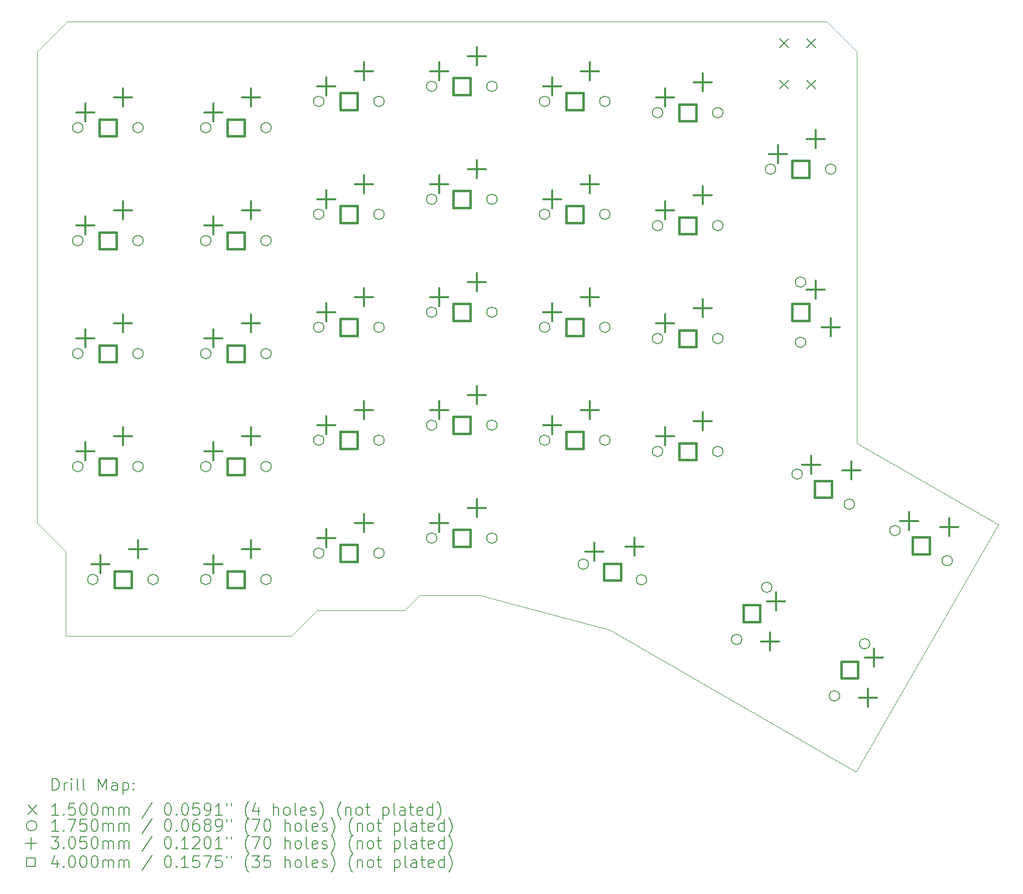
<source format=gbr>
%TF.GenerationSoftware,KiCad,Pcbnew,7.0.8*%
%TF.CreationDate,2023-11-23T13:30:29+08:00*%
%TF.ProjectId,redox_rev1_hs,7265646f-785f-4726-9576-315f68732e6b,1.0*%
%TF.SameCoordinates,Original*%
%TF.FileFunction,Drillmap*%
%TF.FilePolarity,Positive*%
%FSLAX45Y45*%
G04 Gerber Fmt 4.5, Leading zero omitted, Abs format (unit mm)*
G04 Created by KiCad (PCBNEW 7.0.8) date 2023-11-23 13:30:29*
%MOMM*%
%LPD*%
G01*
G04 APERTURE LIST*
%ADD10C,0.100000*%
%ADD11C,0.200000*%
%ADD12C,0.150000*%
%ADD13C,0.175000*%
%ADD14C,0.305000*%
%ADD15C,0.400000*%
G04 APERTURE END LIST*
D10*
X21272500Y-4876800D02*
X8458200Y-4876800D01*
X12674600Y-14808200D02*
X14147800Y-14808200D01*
X21780500Y-5384800D02*
X21272500Y-4876800D01*
X21780500Y-6400800D02*
X21780500Y-11988800D01*
X21780500Y-11988800D02*
X24168100Y-13360400D01*
X15417800Y-14554200D02*
X14401800Y-14554200D01*
X17614900Y-15138400D02*
X15417800Y-14554200D01*
X12242800Y-15240000D02*
X12674600Y-14808200D01*
X21755100Y-17526000D02*
X17614900Y-15138400D01*
X21755100Y-17526000D02*
X21767800Y-17526000D01*
X7950200Y-5715000D02*
X7950200Y-13335000D01*
X7950200Y-5384800D02*
X8458200Y-4876800D01*
X7950200Y-13335000D02*
X8432800Y-13817600D01*
X14147800Y-14808200D02*
X14401800Y-14554200D01*
X21767800Y-17526000D02*
X24168100Y-13360400D01*
X7950200Y-5384800D02*
X7950200Y-5715000D01*
X8432800Y-13817600D02*
X8432800Y-15240000D01*
X21780500Y-5384800D02*
X21780500Y-6400800D01*
X8432800Y-15240000D02*
X12242800Y-15240000D01*
D11*
D12*
X20472200Y-5165000D02*
X20622200Y-5315000D01*
X20622200Y-5165000D02*
X20472200Y-5315000D01*
X20472200Y-5865000D02*
X20622200Y-6015000D01*
X20622200Y-5865000D02*
X20472200Y-6015000D01*
X20932200Y-5165000D02*
X21082200Y-5315000D01*
X21082200Y-5165000D02*
X20932200Y-5315000D01*
X20932200Y-5865000D02*
X21082200Y-6015000D01*
X21082200Y-5865000D02*
X20932200Y-6015000D01*
D13*
X8723500Y-6667500D02*
G75*
G03*
X8723500Y-6667500I-87500J0D01*
G01*
X8723500Y-8572500D02*
G75*
G03*
X8723500Y-8572500I-87500J0D01*
G01*
X8723500Y-10477500D02*
G75*
G03*
X8723500Y-10477500I-87500J0D01*
G01*
X8723500Y-12382500D02*
G75*
G03*
X8723500Y-12382500I-87500J0D01*
G01*
X8977500Y-14287500D02*
G75*
G03*
X8977500Y-14287500I-87500J0D01*
G01*
X9739500Y-6667500D02*
G75*
G03*
X9739500Y-6667500I-87500J0D01*
G01*
X9739500Y-8572500D02*
G75*
G03*
X9739500Y-8572500I-87500J0D01*
G01*
X9739500Y-10477500D02*
G75*
G03*
X9739500Y-10477500I-87500J0D01*
G01*
X9739500Y-12382500D02*
G75*
G03*
X9739500Y-12382500I-87500J0D01*
G01*
X9993500Y-14287500D02*
G75*
G03*
X9993500Y-14287500I-87500J0D01*
G01*
X10882500Y-6667500D02*
G75*
G03*
X10882500Y-6667500I-87500J0D01*
G01*
X10882500Y-8572500D02*
G75*
G03*
X10882500Y-8572500I-87500J0D01*
G01*
X10882500Y-10477500D02*
G75*
G03*
X10882500Y-10477500I-87500J0D01*
G01*
X10882500Y-12382500D02*
G75*
G03*
X10882500Y-12382500I-87500J0D01*
G01*
X10882500Y-14287500D02*
G75*
G03*
X10882500Y-14287500I-87500J0D01*
G01*
X11898500Y-6667500D02*
G75*
G03*
X11898500Y-6667500I-87500J0D01*
G01*
X11898500Y-8572500D02*
G75*
G03*
X11898500Y-8572500I-87500J0D01*
G01*
X11898500Y-10477500D02*
G75*
G03*
X11898500Y-10477500I-87500J0D01*
G01*
X11898500Y-12382500D02*
G75*
G03*
X11898500Y-12382500I-87500J0D01*
G01*
X11898500Y-14287500D02*
G75*
G03*
X11898500Y-14287500I-87500J0D01*
G01*
X12787500Y-6223000D02*
G75*
G03*
X12787500Y-6223000I-87500J0D01*
G01*
X12787500Y-8128000D02*
G75*
G03*
X12787500Y-8128000I-87500J0D01*
G01*
X12787500Y-10033000D02*
G75*
G03*
X12787500Y-10033000I-87500J0D01*
G01*
X12787500Y-11938000D02*
G75*
G03*
X12787500Y-11938000I-87500J0D01*
G01*
X12787500Y-13843000D02*
G75*
G03*
X12787500Y-13843000I-87500J0D01*
G01*
X13803500Y-6223000D02*
G75*
G03*
X13803500Y-6223000I-87500J0D01*
G01*
X13803500Y-8128000D02*
G75*
G03*
X13803500Y-8128000I-87500J0D01*
G01*
X13803500Y-10033000D02*
G75*
G03*
X13803500Y-10033000I-87500J0D01*
G01*
X13803500Y-11938000D02*
G75*
G03*
X13803500Y-11938000I-87500J0D01*
G01*
X13803500Y-13843000D02*
G75*
G03*
X13803500Y-13843000I-87500J0D01*
G01*
X14692500Y-5969000D02*
G75*
G03*
X14692500Y-5969000I-87500J0D01*
G01*
X14692500Y-7874000D02*
G75*
G03*
X14692500Y-7874000I-87500J0D01*
G01*
X14692500Y-9779000D02*
G75*
G03*
X14692500Y-9779000I-87500J0D01*
G01*
X14692500Y-11684000D02*
G75*
G03*
X14692500Y-11684000I-87500J0D01*
G01*
X14692500Y-13589000D02*
G75*
G03*
X14692500Y-13589000I-87500J0D01*
G01*
X15708500Y-5969000D02*
G75*
G03*
X15708500Y-5969000I-87500J0D01*
G01*
X15708500Y-7874000D02*
G75*
G03*
X15708500Y-7874000I-87500J0D01*
G01*
X15708500Y-9779000D02*
G75*
G03*
X15708500Y-9779000I-87500J0D01*
G01*
X15708500Y-11684000D02*
G75*
G03*
X15708500Y-11684000I-87500J0D01*
G01*
X15708500Y-13589000D02*
G75*
G03*
X15708500Y-13589000I-87500J0D01*
G01*
X16597500Y-6223000D02*
G75*
G03*
X16597500Y-6223000I-87500J0D01*
G01*
X16597500Y-8128000D02*
G75*
G03*
X16597500Y-8128000I-87500J0D01*
G01*
X16597500Y-10033000D02*
G75*
G03*
X16597500Y-10033000I-87500J0D01*
G01*
X16597500Y-11938000D02*
G75*
G03*
X16597500Y-11938000I-87500J0D01*
G01*
X17249810Y-14029020D02*
G75*
G03*
X17249810Y-14029020I-87500J0D01*
G01*
X17613500Y-6223000D02*
G75*
G03*
X17613500Y-6223000I-87500J0D01*
G01*
X17613500Y-8128000D02*
G75*
G03*
X17613500Y-8128000I-87500J0D01*
G01*
X17613500Y-10033000D02*
G75*
G03*
X17613500Y-10033000I-87500J0D01*
G01*
X17613500Y-11938000D02*
G75*
G03*
X17613500Y-11938000I-87500J0D01*
G01*
X18231190Y-14291980D02*
G75*
G03*
X18231190Y-14291980I-87500J0D01*
G01*
X18502500Y-6413500D02*
G75*
G03*
X18502500Y-6413500I-87500J0D01*
G01*
X18502500Y-8318500D02*
G75*
G03*
X18502500Y-8318500I-87500J0D01*
G01*
X18502500Y-10223500D02*
G75*
G03*
X18502500Y-10223500I-87500J0D01*
G01*
X18502500Y-12128500D02*
G75*
G03*
X18502500Y-12128500I-87500J0D01*
G01*
X19518500Y-6413500D02*
G75*
G03*
X19518500Y-6413500I-87500J0D01*
G01*
X19518500Y-8318500D02*
G75*
G03*
X19518500Y-8318500I-87500J0D01*
G01*
X19518500Y-10223500D02*
G75*
G03*
X19518500Y-10223500I-87500J0D01*
G01*
X19518500Y-12128500D02*
G75*
G03*
X19518500Y-12128500I-87500J0D01*
G01*
X19836000Y-15298941D02*
G75*
G03*
X19836000Y-15298941I-87500J0D01*
G01*
X20344000Y-14419059D02*
G75*
G03*
X20344000Y-14419059I-87500J0D01*
G01*
X20407500Y-7366000D02*
G75*
G03*
X20407500Y-7366000I-87500J0D01*
G01*
X20856559Y-12509500D02*
G75*
G03*
X20856559Y-12509500I-87500J0D01*
G01*
X20915500Y-9271000D02*
G75*
G03*
X20915500Y-9271000I-87500J0D01*
G01*
X20915500Y-10287000D02*
G75*
G03*
X20915500Y-10287000I-87500J0D01*
G01*
X21423500Y-7366000D02*
G75*
G03*
X21423500Y-7366000I-87500J0D01*
G01*
X21487000Y-16251441D02*
G75*
G03*
X21487000Y-16251441I-87500J0D01*
G01*
X21736441Y-13017500D02*
G75*
G03*
X21736441Y-13017500I-87500J0D01*
G01*
X21995000Y-15371559D02*
G75*
G03*
X21995000Y-15371559I-87500J0D01*
G01*
X22507559Y-13462000D02*
G75*
G03*
X22507559Y-13462000I-87500J0D01*
G01*
X23387441Y-13970000D02*
G75*
G03*
X23387441Y-13970000I-87500J0D01*
G01*
D14*
X8763000Y-6261000D02*
X8763000Y-6566000D01*
X8610500Y-6413500D02*
X8915500Y-6413500D01*
X8763000Y-8166000D02*
X8763000Y-8471000D01*
X8610500Y-8318500D02*
X8915500Y-8318500D01*
X8763000Y-10071000D02*
X8763000Y-10376000D01*
X8610500Y-10223500D02*
X8915500Y-10223500D01*
X8763000Y-11976000D02*
X8763000Y-12281000D01*
X8610500Y-12128500D02*
X8915500Y-12128500D01*
X9017000Y-13881000D02*
X9017000Y-14186000D01*
X8864500Y-14033500D02*
X9169500Y-14033500D01*
X9398000Y-6007000D02*
X9398000Y-6312000D01*
X9245500Y-6159500D02*
X9550500Y-6159500D01*
X9398000Y-7912000D02*
X9398000Y-8217000D01*
X9245500Y-8064500D02*
X9550500Y-8064500D01*
X9398000Y-9817000D02*
X9398000Y-10122000D01*
X9245500Y-9969500D02*
X9550500Y-9969500D01*
X9398000Y-11722000D02*
X9398000Y-12027000D01*
X9245500Y-11874500D02*
X9550500Y-11874500D01*
X9652000Y-13627000D02*
X9652000Y-13932000D01*
X9499500Y-13779500D02*
X9804500Y-13779500D01*
X10922000Y-6261000D02*
X10922000Y-6566000D01*
X10769500Y-6413500D02*
X11074500Y-6413500D01*
X10922000Y-8166000D02*
X10922000Y-8471000D01*
X10769500Y-8318500D02*
X11074500Y-8318500D01*
X10922000Y-10071000D02*
X10922000Y-10376000D01*
X10769500Y-10223500D02*
X11074500Y-10223500D01*
X10922000Y-11976000D02*
X10922000Y-12281000D01*
X10769500Y-12128500D02*
X11074500Y-12128500D01*
X10922000Y-13881000D02*
X10922000Y-14186000D01*
X10769500Y-14033500D02*
X11074500Y-14033500D01*
X11557000Y-6007000D02*
X11557000Y-6312000D01*
X11404500Y-6159500D02*
X11709500Y-6159500D01*
X11557000Y-7912000D02*
X11557000Y-8217000D01*
X11404500Y-8064500D02*
X11709500Y-8064500D01*
X11557000Y-9817000D02*
X11557000Y-10122000D01*
X11404500Y-9969500D02*
X11709500Y-9969500D01*
X11557000Y-11722000D02*
X11557000Y-12027000D01*
X11404500Y-11874500D02*
X11709500Y-11874500D01*
X11557000Y-13627000D02*
X11557000Y-13932000D01*
X11404500Y-13779500D02*
X11709500Y-13779500D01*
X12827000Y-5816500D02*
X12827000Y-6121500D01*
X12674500Y-5969000D02*
X12979500Y-5969000D01*
X12827000Y-7721500D02*
X12827000Y-8026500D01*
X12674500Y-7874000D02*
X12979500Y-7874000D01*
X12827000Y-9626500D02*
X12827000Y-9931500D01*
X12674500Y-9779000D02*
X12979500Y-9779000D01*
X12827000Y-11531500D02*
X12827000Y-11836500D01*
X12674500Y-11684000D02*
X12979500Y-11684000D01*
X12827000Y-13436500D02*
X12827000Y-13741500D01*
X12674500Y-13589000D02*
X12979500Y-13589000D01*
X13462000Y-5562500D02*
X13462000Y-5867500D01*
X13309500Y-5715000D02*
X13614500Y-5715000D01*
X13462000Y-7467500D02*
X13462000Y-7772500D01*
X13309500Y-7620000D02*
X13614500Y-7620000D01*
X13462000Y-9372500D02*
X13462000Y-9677500D01*
X13309500Y-9525000D02*
X13614500Y-9525000D01*
X13462000Y-11277500D02*
X13462000Y-11582500D01*
X13309500Y-11430000D02*
X13614500Y-11430000D01*
X13462000Y-13182500D02*
X13462000Y-13487500D01*
X13309500Y-13335000D02*
X13614500Y-13335000D01*
X14732000Y-5562500D02*
X14732000Y-5867500D01*
X14579500Y-5715000D02*
X14884500Y-5715000D01*
X14732000Y-7467500D02*
X14732000Y-7772500D01*
X14579500Y-7620000D02*
X14884500Y-7620000D01*
X14732000Y-9372500D02*
X14732000Y-9677500D01*
X14579500Y-9525000D02*
X14884500Y-9525000D01*
X14732000Y-11277500D02*
X14732000Y-11582500D01*
X14579500Y-11430000D02*
X14884500Y-11430000D01*
X14732000Y-13182500D02*
X14732000Y-13487500D01*
X14579500Y-13335000D02*
X14884500Y-13335000D01*
X15367000Y-5308500D02*
X15367000Y-5613500D01*
X15214500Y-5461000D02*
X15519500Y-5461000D01*
X15367000Y-7213500D02*
X15367000Y-7518500D01*
X15214500Y-7366000D02*
X15519500Y-7366000D01*
X15367000Y-9118500D02*
X15367000Y-9423500D01*
X15214500Y-9271000D02*
X15519500Y-9271000D01*
X15367000Y-11023500D02*
X15367000Y-11328500D01*
X15214500Y-11176000D02*
X15519500Y-11176000D01*
X15367000Y-12928500D02*
X15367000Y-13233500D01*
X15214500Y-13081000D02*
X15519500Y-13081000D01*
X16637000Y-5816500D02*
X16637000Y-6121500D01*
X16484500Y-5969000D02*
X16789500Y-5969000D01*
X16637000Y-7721500D02*
X16637000Y-8026500D01*
X16484500Y-7874000D02*
X16789500Y-7874000D01*
X16637000Y-9626500D02*
X16637000Y-9931500D01*
X16484500Y-9779000D02*
X16789500Y-9779000D01*
X16637000Y-11531500D02*
X16637000Y-11836500D01*
X16484500Y-11684000D02*
X16789500Y-11684000D01*
X17272000Y-5562500D02*
X17272000Y-5867500D01*
X17119500Y-5715000D02*
X17424500Y-5715000D01*
X17272000Y-7467500D02*
X17272000Y-7772500D01*
X17119500Y-7620000D02*
X17424500Y-7620000D01*
X17272000Y-9372500D02*
X17272000Y-9677500D01*
X17119500Y-9525000D02*
X17424500Y-9525000D01*
X17272000Y-11277500D02*
X17272000Y-11582500D01*
X17119500Y-11430000D02*
X17424500Y-11430000D01*
X17350722Y-13664045D02*
X17350722Y-13969045D01*
X17198222Y-13816545D02*
X17503222Y-13816545D01*
X18029825Y-13583050D02*
X18029825Y-13888050D01*
X17877325Y-13735550D02*
X18182325Y-13735550D01*
X18542000Y-6007000D02*
X18542000Y-6312000D01*
X18389500Y-6159500D02*
X18694500Y-6159500D01*
X18542000Y-7912000D02*
X18542000Y-8217000D01*
X18389500Y-8064500D02*
X18694500Y-8064500D01*
X18542000Y-9817000D02*
X18542000Y-10122000D01*
X18389500Y-9969500D02*
X18694500Y-9969500D01*
X18542000Y-11722000D02*
X18542000Y-12027000D01*
X18389500Y-11874500D02*
X18694500Y-11874500D01*
X19177000Y-5753000D02*
X19177000Y-6058000D01*
X19024500Y-5905500D02*
X19329500Y-5905500D01*
X19177000Y-7658000D02*
X19177000Y-7963000D01*
X19024500Y-7810500D02*
X19329500Y-7810500D01*
X19177000Y-9563000D02*
X19177000Y-9868000D01*
X19024500Y-9715500D02*
X19329500Y-9715500D01*
X19177000Y-11468000D02*
X19177000Y-11773000D01*
X19024500Y-11620500D02*
X19329500Y-11620500D01*
X20315441Y-15180470D02*
X20315441Y-15485470D01*
X20162941Y-15332970D02*
X20467941Y-15332970D01*
X20412971Y-14503544D02*
X20412971Y-14808544D01*
X20260471Y-14656044D02*
X20565471Y-14656044D01*
X20447000Y-6959500D02*
X20447000Y-7264500D01*
X20294500Y-7112000D02*
X20599500Y-7112000D01*
X21006044Y-12200529D02*
X21006044Y-12505529D01*
X20853544Y-12353029D02*
X21158544Y-12353029D01*
X21082000Y-6705500D02*
X21082000Y-7010500D01*
X20929500Y-6858000D02*
X21234500Y-6858000D01*
X21082000Y-9245500D02*
X21082000Y-9550500D01*
X20929500Y-9398000D02*
X21234500Y-9398000D01*
X21336000Y-9880500D02*
X21336000Y-10185500D01*
X21183500Y-10033000D02*
X21488500Y-10033000D01*
X21682971Y-12298059D02*
X21682971Y-12603059D01*
X21530471Y-12450559D02*
X21835471Y-12450559D01*
X21966441Y-16132970D02*
X21966441Y-16437970D01*
X21813941Y-16285470D02*
X22118941Y-16285470D01*
X22063971Y-15456044D02*
X22063971Y-15761044D01*
X21911471Y-15608544D02*
X22216471Y-15608544D01*
X22657044Y-13153029D02*
X22657044Y-13458029D01*
X22504544Y-13305529D02*
X22809544Y-13305529D01*
X23333970Y-13250559D02*
X23333970Y-13555559D01*
X23181470Y-13403059D02*
X23486470Y-13403059D01*
D15*
X9285423Y-6808923D02*
X9285423Y-6526077D01*
X9002577Y-6526077D01*
X9002577Y-6808923D01*
X9285423Y-6808923D01*
X9285423Y-8713923D02*
X9285423Y-8431077D01*
X9002577Y-8431077D01*
X9002577Y-8713923D01*
X9285423Y-8713923D01*
X9285423Y-10618923D02*
X9285423Y-10336077D01*
X9002577Y-10336077D01*
X9002577Y-10618923D01*
X9285423Y-10618923D01*
X9285423Y-12523923D02*
X9285423Y-12241077D01*
X9002577Y-12241077D01*
X9002577Y-12523923D01*
X9285423Y-12523923D01*
X9539423Y-14428923D02*
X9539423Y-14146077D01*
X9256577Y-14146077D01*
X9256577Y-14428923D01*
X9539423Y-14428923D01*
X11444423Y-6808923D02*
X11444423Y-6526077D01*
X11161577Y-6526077D01*
X11161577Y-6808923D01*
X11444423Y-6808923D01*
X11444423Y-8713923D02*
X11444423Y-8431077D01*
X11161577Y-8431077D01*
X11161577Y-8713923D01*
X11444423Y-8713923D01*
X11444423Y-10618923D02*
X11444423Y-10336077D01*
X11161577Y-10336077D01*
X11161577Y-10618923D01*
X11444423Y-10618923D01*
X11444423Y-12523923D02*
X11444423Y-12241077D01*
X11161577Y-12241077D01*
X11161577Y-12523923D01*
X11444423Y-12523923D01*
X11444423Y-14428923D02*
X11444423Y-14146077D01*
X11161577Y-14146077D01*
X11161577Y-14428923D01*
X11444423Y-14428923D01*
X13349423Y-6364423D02*
X13349423Y-6081577D01*
X13066577Y-6081577D01*
X13066577Y-6364423D01*
X13349423Y-6364423D01*
X13349423Y-8269423D02*
X13349423Y-7986577D01*
X13066577Y-7986577D01*
X13066577Y-8269423D01*
X13349423Y-8269423D01*
X13349423Y-10174423D02*
X13349423Y-9891577D01*
X13066577Y-9891577D01*
X13066577Y-10174423D01*
X13349423Y-10174423D01*
X13349423Y-12079423D02*
X13349423Y-11796577D01*
X13066577Y-11796577D01*
X13066577Y-12079423D01*
X13349423Y-12079423D01*
X13349423Y-13984423D02*
X13349423Y-13701577D01*
X13066577Y-13701577D01*
X13066577Y-13984423D01*
X13349423Y-13984423D01*
X15254423Y-6110423D02*
X15254423Y-5827577D01*
X14971577Y-5827577D01*
X14971577Y-6110423D01*
X15254423Y-6110423D01*
X15254423Y-8015423D02*
X15254423Y-7732577D01*
X14971577Y-7732577D01*
X14971577Y-8015423D01*
X15254423Y-8015423D01*
X15254423Y-9920423D02*
X15254423Y-9637577D01*
X14971577Y-9637577D01*
X14971577Y-9920423D01*
X15254423Y-9920423D01*
X15254423Y-11825423D02*
X15254423Y-11542577D01*
X14971577Y-11542577D01*
X14971577Y-11825423D01*
X15254423Y-11825423D01*
X15254423Y-13730423D02*
X15254423Y-13447577D01*
X14971577Y-13447577D01*
X14971577Y-13730423D01*
X15254423Y-13730423D01*
X17159423Y-6364423D02*
X17159423Y-6081577D01*
X16876577Y-6081577D01*
X16876577Y-6364423D01*
X17159423Y-6364423D01*
X17159423Y-8269423D02*
X17159423Y-7986577D01*
X16876577Y-7986577D01*
X16876577Y-8269423D01*
X17159423Y-8269423D01*
X17159423Y-10174423D02*
X17159423Y-9891577D01*
X16876577Y-9891577D01*
X16876577Y-10174423D01*
X17159423Y-10174423D01*
X17159423Y-12079423D02*
X17159423Y-11796577D01*
X16876577Y-11796577D01*
X16876577Y-12079423D01*
X17159423Y-12079423D01*
X17794423Y-14301923D02*
X17794423Y-14019077D01*
X17511577Y-14019077D01*
X17511577Y-14301923D01*
X17794423Y-14301923D01*
X19064423Y-6554923D02*
X19064423Y-6272077D01*
X18781577Y-6272077D01*
X18781577Y-6554923D01*
X19064423Y-6554923D01*
X19064423Y-8459923D02*
X19064423Y-8177077D01*
X18781577Y-8177077D01*
X18781577Y-8459923D01*
X19064423Y-8459923D01*
X19064423Y-10364923D02*
X19064423Y-10082077D01*
X18781577Y-10082077D01*
X18781577Y-10364923D01*
X19064423Y-10364923D01*
X19064423Y-12269923D02*
X19064423Y-11987077D01*
X18781577Y-11987077D01*
X18781577Y-12269923D01*
X19064423Y-12269923D01*
X20143923Y-15000423D02*
X20143923Y-14717577D01*
X19861077Y-14717577D01*
X19861077Y-15000423D01*
X20143923Y-15000423D01*
X20969423Y-7507423D02*
X20969423Y-7224577D01*
X20686577Y-7224577D01*
X20686577Y-7507423D01*
X20969423Y-7507423D01*
X20969423Y-9920423D02*
X20969423Y-9637577D01*
X20686577Y-9637577D01*
X20686577Y-9920423D01*
X20969423Y-9920423D01*
X21350423Y-12904923D02*
X21350423Y-12622077D01*
X21067577Y-12622077D01*
X21067577Y-12904923D01*
X21350423Y-12904923D01*
X21794923Y-15952923D02*
X21794923Y-15670077D01*
X21512077Y-15670077D01*
X21512077Y-15952923D01*
X21794923Y-15952923D01*
X23001423Y-13857423D02*
X23001423Y-13574577D01*
X22718577Y-13574577D01*
X22718577Y-13857423D01*
X23001423Y-13857423D01*
D11*
X8205977Y-17842484D02*
X8205977Y-17642484D01*
X8205977Y-17642484D02*
X8253596Y-17642484D01*
X8253596Y-17642484D02*
X8282167Y-17652008D01*
X8282167Y-17652008D02*
X8301215Y-17671055D01*
X8301215Y-17671055D02*
X8310739Y-17690103D01*
X8310739Y-17690103D02*
X8320262Y-17728198D01*
X8320262Y-17728198D02*
X8320262Y-17756770D01*
X8320262Y-17756770D02*
X8310739Y-17794865D01*
X8310739Y-17794865D02*
X8301215Y-17813912D01*
X8301215Y-17813912D02*
X8282167Y-17832960D01*
X8282167Y-17832960D02*
X8253596Y-17842484D01*
X8253596Y-17842484D02*
X8205977Y-17842484D01*
X8405977Y-17842484D02*
X8405977Y-17709150D01*
X8405977Y-17747246D02*
X8415501Y-17728198D01*
X8415501Y-17728198D02*
X8425024Y-17718674D01*
X8425024Y-17718674D02*
X8444072Y-17709150D01*
X8444072Y-17709150D02*
X8463120Y-17709150D01*
X8529786Y-17842484D02*
X8529786Y-17709150D01*
X8529786Y-17642484D02*
X8520263Y-17652008D01*
X8520263Y-17652008D02*
X8529786Y-17661531D01*
X8529786Y-17661531D02*
X8539310Y-17652008D01*
X8539310Y-17652008D02*
X8529786Y-17642484D01*
X8529786Y-17642484D02*
X8529786Y-17661531D01*
X8653596Y-17842484D02*
X8634548Y-17832960D01*
X8634548Y-17832960D02*
X8625024Y-17813912D01*
X8625024Y-17813912D02*
X8625024Y-17642484D01*
X8758358Y-17842484D02*
X8739310Y-17832960D01*
X8739310Y-17832960D02*
X8729786Y-17813912D01*
X8729786Y-17813912D02*
X8729786Y-17642484D01*
X8986929Y-17842484D02*
X8986929Y-17642484D01*
X8986929Y-17642484D02*
X9053596Y-17785341D01*
X9053596Y-17785341D02*
X9120263Y-17642484D01*
X9120263Y-17642484D02*
X9120263Y-17842484D01*
X9301215Y-17842484D02*
X9301215Y-17737722D01*
X9301215Y-17737722D02*
X9291691Y-17718674D01*
X9291691Y-17718674D02*
X9272644Y-17709150D01*
X9272644Y-17709150D02*
X9234548Y-17709150D01*
X9234548Y-17709150D02*
X9215501Y-17718674D01*
X9301215Y-17832960D02*
X9282167Y-17842484D01*
X9282167Y-17842484D02*
X9234548Y-17842484D01*
X9234548Y-17842484D02*
X9215501Y-17832960D01*
X9215501Y-17832960D02*
X9205977Y-17813912D01*
X9205977Y-17813912D02*
X9205977Y-17794865D01*
X9205977Y-17794865D02*
X9215501Y-17775817D01*
X9215501Y-17775817D02*
X9234548Y-17766293D01*
X9234548Y-17766293D02*
X9282167Y-17766293D01*
X9282167Y-17766293D02*
X9301215Y-17756770D01*
X9396453Y-17709150D02*
X9396453Y-17909150D01*
X9396453Y-17718674D02*
X9415501Y-17709150D01*
X9415501Y-17709150D02*
X9453596Y-17709150D01*
X9453596Y-17709150D02*
X9472644Y-17718674D01*
X9472644Y-17718674D02*
X9482167Y-17728198D01*
X9482167Y-17728198D02*
X9491691Y-17747246D01*
X9491691Y-17747246D02*
X9491691Y-17804389D01*
X9491691Y-17804389D02*
X9482167Y-17823436D01*
X9482167Y-17823436D02*
X9472644Y-17832960D01*
X9472644Y-17832960D02*
X9453596Y-17842484D01*
X9453596Y-17842484D02*
X9415501Y-17842484D01*
X9415501Y-17842484D02*
X9396453Y-17832960D01*
X9577405Y-17823436D02*
X9586929Y-17832960D01*
X9586929Y-17832960D02*
X9577405Y-17842484D01*
X9577405Y-17842484D02*
X9567882Y-17832960D01*
X9567882Y-17832960D02*
X9577405Y-17823436D01*
X9577405Y-17823436D02*
X9577405Y-17842484D01*
X9577405Y-17718674D02*
X9586929Y-17728198D01*
X9586929Y-17728198D02*
X9577405Y-17737722D01*
X9577405Y-17737722D02*
X9567882Y-17728198D01*
X9567882Y-17728198D02*
X9577405Y-17718674D01*
X9577405Y-17718674D02*
X9577405Y-17737722D01*
D12*
X7795200Y-18096000D02*
X7945200Y-18246000D01*
X7945200Y-18096000D02*
X7795200Y-18246000D01*
D11*
X8310739Y-18262484D02*
X8196453Y-18262484D01*
X8253596Y-18262484D02*
X8253596Y-18062484D01*
X8253596Y-18062484D02*
X8234548Y-18091055D01*
X8234548Y-18091055D02*
X8215501Y-18110103D01*
X8215501Y-18110103D02*
X8196453Y-18119627D01*
X8396453Y-18243436D02*
X8405977Y-18252960D01*
X8405977Y-18252960D02*
X8396453Y-18262484D01*
X8396453Y-18262484D02*
X8386929Y-18252960D01*
X8386929Y-18252960D02*
X8396453Y-18243436D01*
X8396453Y-18243436D02*
X8396453Y-18262484D01*
X8586929Y-18062484D02*
X8491691Y-18062484D01*
X8491691Y-18062484D02*
X8482167Y-18157722D01*
X8482167Y-18157722D02*
X8491691Y-18148198D01*
X8491691Y-18148198D02*
X8510739Y-18138674D01*
X8510739Y-18138674D02*
X8558358Y-18138674D01*
X8558358Y-18138674D02*
X8577405Y-18148198D01*
X8577405Y-18148198D02*
X8586929Y-18157722D01*
X8586929Y-18157722D02*
X8596453Y-18176770D01*
X8596453Y-18176770D02*
X8596453Y-18224389D01*
X8596453Y-18224389D02*
X8586929Y-18243436D01*
X8586929Y-18243436D02*
X8577405Y-18252960D01*
X8577405Y-18252960D02*
X8558358Y-18262484D01*
X8558358Y-18262484D02*
X8510739Y-18262484D01*
X8510739Y-18262484D02*
X8491691Y-18252960D01*
X8491691Y-18252960D02*
X8482167Y-18243436D01*
X8720263Y-18062484D02*
X8739310Y-18062484D01*
X8739310Y-18062484D02*
X8758358Y-18072008D01*
X8758358Y-18072008D02*
X8767882Y-18081531D01*
X8767882Y-18081531D02*
X8777405Y-18100579D01*
X8777405Y-18100579D02*
X8786929Y-18138674D01*
X8786929Y-18138674D02*
X8786929Y-18186293D01*
X8786929Y-18186293D02*
X8777405Y-18224389D01*
X8777405Y-18224389D02*
X8767882Y-18243436D01*
X8767882Y-18243436D02*
X8758358Y-18252960D01*
X8758358Y-18252960D02*
X8739310Y-18262484D01*
X8739310Y-18262484D02*
X8720263Y-18262484D01*
X8720263Y-18262484D02*
X8701215Y-18252960D01*
X8701215Y-18252960D02*
X8691691Y-18243436D01*
X8691691Y-18243436D02*
X8682167Y-18224389D01*
X8682167Y-18224389D02*
X8672644Y-18186293D01*
X8672644Y-18186293D02*
X8672644Y-18138674D01*
X8672644Y-18138674D02*
X8682167Y-18100579D01*
X8682167Y-18100579D02*
X8691691Y-18081531D01*
X8691691Y-18081531D02*
X8701215Y-18072008D01*
X8701215Y-18072008D02*
X8720263Y-18062484D01*
X8910739Y-18062484D02*
X8929786Y-18062484D01*
X8929786Y-18062484D02*
X8948834Y-18072008D01*
X8948834Y-18072008D02*
X8958358Y-18081531D01*
X8958358Y-18081531D02*
X8967882Y-18100579D01*
X8967882Y-18100579D02*
X8977405Y-18138674D01*
X8977405Y-18138674D02*
X8977405Y-18186293D01*
X8977405Y-18186293D02*
X8967882Y-18224389D01*
X8967882Y-18224389D02*
X8958358Y-18243436D01*
X8958358Y-18243436D02*
X8948834Y-18252960D01*
X8948834Y-18252960D02*
X8929786Y-18262484D01*
X8929786Y-18262484D02*
X8910739Y-18262484D01*
X8910739Y-18262484D02*
X8891691Y-18252960D01*
X8891691Y-18252960D02*
X8882167Y-18243436D01*
X8882167Y-18243436D02*
X8872644Y-18224389D01*
X8872644Y-18224389D02*
X8863120Y-18186293D01*
X8863120Y-18186293D02*
X8863120Y-18138674D01*
X8863120Y-18138674D02*
X8872644Y-18100579D01*
X8872644Y-18100579D02*
X8882167Y-18081531D01*
X8882167Y-18081531D02*
X8891691Y-18072008D01*
X8891691Y-18072008D02*
X8910739Y-18062484D01*
X9063120Y-18262484D02*
X9063120Y-18129150D01*
X9063120Y-18148198D02*
X9072644Y-18138674D01*
X9072644Y-18138674D02*
X9091691Y-18129150D01*
X9091691Y-18129150D02*
X9120263Y-18129150D01*
X9120263Y-18129150D02*
X9139310Y-18138674D01*
X9139310Y-18138674D02*
X9148834Y-18157722D01*
X9148834Y-18157722D02*
X9148834Y-18262484D01*
X9148834Y-18157722D02*
X9158358Y-18138674D01*
X9158358Y-18138674D02*
X9177405Y-18129150D01*
X9177405Y-18129150D02*
X9205977Y-18129150D01*
X9205977Y-18129150D02*
X9225025Y-18138674D01*
X9225025Y-18138674D02*
X9234548Y-18157722D01*
X9234548Y-18157722D02*
X9234548Y-18262484D01*
X9329786Y-18262484D02*
X9329786Y-18129150D01*
X9329786Y-18148198D02*
X9339310Y-18138674D01*
X9339310Y-18138674D02*
X9358358Y-18129150D01*
X9358358Y-18129150D02*
X9386929Y-18129150D01*
X9386929Y-18129150D02*
X9405977Y-18138674D01*
X9405977Y-18138674D02*
X9415501Y-18157722D01*
X9415501Y-18157722D02*
X9415501Y-18262484D01*
X9415501Y-18157722D02*
X9425025Y-18138674D01*
X9425025Y-18138674D02*
X9444072Y-18129150D01*
X9444072Y-18129150D02*
X9472644Y-18129150D01*
X9472644Y-18129150D02*
X9491691Y-18138674D01*
X9491691Y-18138674D02*
X9501215Y-18157722D01*
X9501215Y-18157722D02*
X9501215Y-18262484D01*
X9891691Y-18052960D02*
X9720263Y-18310103D01*
X10148834Y-18062484D02*
X10167882Y-18062484D01*
X10167882Y-18062484D02*
X10186929Y-18072008D01*
X10186929Y-18072008D02*
X10196453Y-18081531D01*
X10196453Y-18081531D02*
X10205977Y-18100579D01*
X10205977Y-18100579D02*
X10215501Y-18138674D01*
X10215501Y-18138674D02*
X10215501Y-18186293D01*
X10215501Y-18186293D02*
X10205977Y-18224389D01*
X10205977Y-18224389D02*
X10196453Y-18243436D01*
X10196453Y-18243436D02*
X10186929Y-18252960D01*
X10186929Y-18252960D02*
X10167882Y-18262484D01*
X10167882Y-18262484D02*
X10148834Y-18262484D01*
X10148834Y-18262484D02*
X10129787Y-18252960D01*
X10129787Y-18252960D02*
X10120263Y-18243436D01*
X10120263Y-18243436D02*
X10110739Y-18224389D01*
X10110739Y-18224389D02*
X10101215Y-18186293D01*
X10101215Y-18186293D02*
X10101215Y-18138674D01*
X10101215Y-18138674D02*
X10110739Y-18100579D01*
X10110739Y-18100579D02*
X10120263Y-18081531D01*
X10120263Y-18081531D02*
X10129787Y-18072008D01*
X10129787Y-18072008D02*
X10148834Y-18062484D01*
X10301215Y-18243436D02*
X10310739Y-18252960D01*
X10310739Y-18252960D02*
X10301215Y-18262484D01*
X10301215Y-18262484D02*
X10291691Y-18252960D01*
X10291691Y-18252960D02*
X10301215Y-18243436D01*
X10301215Y-18243436D02*
X10301215Y-18262484D01*
X10434548Y-18062484D02*
X10453596Y-18062484D01*
X10453596Y-18062484D02*
X10472644Y-18072008D01*
X10472644Y-18072008D02*
X10482168Y-18081531D01*
X10482168Y-18081531D02*
X10491691Y-18100579D01*
X10491691Y-18100579D02*
X10501215Y-18138674D01*
X10501215Y-18138674D02*
X10501215Y-18186293D01*
X10501215Y-18186293D02*
X10491691Y-18224389D01*
X10491691Y-18224389D02*
X10482168Y-18243436D01*
X10482168Y-18243436D02*
X10472644Y-18252960D01*
X10472644Y-18252960D02*
X10453596Y-18262484D01*
X10453596Y-18262484D02*
X10434548Y-18262484D01*
X10434548Y-18262484D02*
X10415501Y-18252960D01*
X10415501Y-18252960D02*
X10405977Y-18243436D01*
X10405977Y-18243436D02*
X10396453Y-18224389D01*
X10396453Y-18224389D02*
X10386929Y-18186293D01*
X10386929Y-18186293D02*
X10386929Y-18138674D01*
X10386929Y-18138674D02*
X10396453Y-18100579D01*
X10396453Y-18100579D02*
X10405977Y-18081531D01*
X10405977Y-18081531D02*
X10415501Y-18072008D01*
X10415501Y-18072008D02*
X10434548Y-18062484D01*
X10682168Y-18062484D02*
X10586929Y-18062484D01*
X10586929Y-18062484D02*
X10577406Y-18157722D01*
X10577406Y-18157722D02*
X10586929Y-18148198D01*
X10586929Y-18148198D02*
X10605977Y-18138674D01*
X10605977Y-18138674D02*
X10653596Y-18138674D01*
X10653596Y-18138674D02*
X10672644Y-18148198D01*
X10672644Y-18148198D02*
X10682168Y-18157722D01*
X10682168Y-18157722D02*
X10691691Y-18176770D01*
X10691691Y-18176770D02*
X10691691Y-18224389D01*
X10691691Y-18224389D02*
X10682168Y-18243436D01*
X10682168Y-18243436D02*
X10672644Y-18252960D01*
X10672644Y-18252960D02*
X10653596Y-18262484D01*
X10653596Y-18262484D02*
X10605977Y-18262484D01*
X10605977Y-18262484D02*
X10586929Y-18252960D01*
X10586929Y-18252960D02*
X10577406Y-18243436D01*
X10786929Y-18262484D02*
X10825025Y-18262484D01*
X10825025Y-18262484D02*
X10844072Y-18252960D01*
X10844072Y-18252960D02*
X10853596Y-18243436D01*
X10853596Y-18243436D02*
X10872644Y-18214865D01*
X10872644Y-18214865D02*
X10882168Y-18176770D01*
X10882168Y-18176770D02*
X10882168Y-18100579D01*
X10882168Y-18100579D02*
X10872644Y-18081531D01*
X10872644Y-18081531D02*
X10863120Y-18072008D01*
X10863120Y-18072008D02*
X10844072Y-18062484D01*
X10844072Y-18062484D02*
X10805977Y-18062484D01*
X10805977Y-18062484D02*
X10786929Y-18072008D01*
X10786929Y-18072008D02*
X10777406Y-18081531D01*
X10777406Y-18081531D02*
X10767882Y-18100579D01*
X10767882Y-18100579D02*
X10767882Y-18148198D01*
X10767882Y-18148198D02*
X10777406Y-18167246D01*
X10777406Y-18167246D02*
X10786929Y-18176770D01*
X10786929Y-18176770D02*
X10805977Y-18186293D01*
X10805977Y-18186293D02*
X10844072Y-18186293D01*
X10844072Y-18186293D02*
X10863120Y-18176770D01*
X10863120Y-18176770D02*
X10872644Y-18167246D01*
X10872644Y-18167246D02*
X10882168Y-18148198D01*
X11072644Y-18262484D02*
X10958358Y-18262484D01*
X11015501Y-18262484D02*
X11015501Y-18062484D01*
X11015501Y-18062484D02*
X10996453Y-18091055D01*
X10996453Y-18091055D02*
X10977406Y-18110103D01*
X10977406Y-18110103D02*
X10958358Y-18119627D01*
X11148834Y-18062484D02*
X11148834Y-18100579D01*
X11225025Y-18062484D02*
X11225025Y-18100579D01*
X11520263Y-18338674D02*
X11510739Y-18329150D01*
X11510739Y-18329150D02*
X11491691Y-18300579D01*
X11491691Y-18300579D02*
X11482168Y-18281531D01*
X11482168Y-18281531D02*
X11472644Y-18252960D01*
X11472644Y-18252960D02*
X11463120Y-18205341D01*
X11463120Y-18205341D02*
X11463120Y-18167246D01*
X11463120Y-18167246D02*
X11472644Y-18119627D01*
X11472644Y-18119627D02*
X11482168Y-18091055D01*
X11482168Y-18091055D02*
X11491691Y-18072008D01*
X11491691Y-18072008D02*
X11510739Y-18043436D01*
X11510739Y-18043436D02*
X11520263Y-18033912D01*
X11682168Y-18129150D02*
X11682168Y-18262484D01*
X11634548Y-18052960D02*
X11586929Y-18195817D01*
X11586929Y-18195817D02*
X11710739Y-18195817D01*
X11939310Y-18262484D02*
X11939310Y-18062484D01*
X12025025Y-18262484D02*
X12025025Y-18157722D01*
X12025025Y-18157722D02*
X12015501Y-18138674D01*
X12015501Y-18138674D02*
X11996453Y-18129150D01*
X11996453Y-18129150D02*
X11967882Y-18129150D01*
X11967882Y-18129150D02*
X11948834Y-18138674D01*
X11948834Y-18138674D02*
X11939310Y-18148198D01*
X12148834Y-18262484D02*
X12129787Y-18252960D01*
X12129787Y-18252960D02*
X12120263Y-18243436D01*
X12120263Y-18243436D02*
X12110739Y-18224389D01*
X12110739Y-18224389D02*
X12110739Y-18167246D01*
X12110739Y-18167246D02*
X12120263Y-18148198D01*
X12120263Y-18148198D02*
X12129787Y-18138674D01*
X12129787Y-18138674D02*
X12148834Y-18129150D01*
X12148834Y-18129150D02*
X12177406Y-18129150D01*
X12177406Y-18129150D02*
X12196453Y-18138674D01*
X12196453Y-18138674D02*
X12205977Y-18148198D01*
X12205977Y-18148198D02*
X12215501Y-18167246D01*
X12215501Y-18167246D02*
X12215501Y-18224389D01*
X12215501Y-18224389D02*
X12205977Y-18243436D01*
X12205977Y-18243436D02*
X12196453Y-18252960D01*
X12196453Y-18252960D02*
X12177406Y-18262484D01*
X12177406Y-18262484D02*
X12148834Y-18262484D01*
X12329787Y-18262484D02*
X12310739Y-18252960D01*
X12310739Y-18252960D02*
X12301215Y-18233912D01*
X12301215Y-18233912D02*
X12301215Y-18062484D01*
X12482168Y-18252960D02*
X12463120Y-18262484D01*
X12463120Y-18262484D02*
X12425025Y-18262484D01*
X12425025Y-18262484D02*
X12405977Y-18252960D01*
X12405977Y-18252960D02*
X12396453Y-18233912D01*
X12396453Y-18233912D02*
X12396453Y-18157722D01*
X12396453Y-18157722D02*
X12405977Y-18138674D01*
X12405977Y-18138674D02*
X12425025Y-18129150D01*
X12425025Y-18129150D02*
X12463120Y-18129150D01*
X12463120Y-18129150D02*
X12482168Y-18138674D01*
X12482168Y-18138674D02*
X12491691Y-18157722D01*
X12491691Y-18157722D02*
X12491691Y-18176770D01*
X12491691Y-18176770D02*
X12396453Y-18195817D01*
X12567882Y-18252960D02*
X12586930Y-18262484D01*
X12586930Y-18262484D02*
X12625025Y-18262484D01*
X12625025Y-18262484D02*
X12644072Y-18252960D01*
X12644072Y-18252960D02*
X12653596Y-18233912D01*
X12653596Y-18233912D02*
X12653596Y-18224389D01*
X12653596Y-18224389D02*
X12644072Y-18205341D01*
X12644072Y-18205341D02*
X12625025Y-18195817D01*
X12625025Y-18195817D02*
X12596453Y-18195817D01*
X12596453Y-18195817D02*
X12577406Y-18186293D01*
X12577406Y-18186293D02*
X12567882Y-18167246D01*
X12567882Y-18167246D02*
X12567882Y-18157722D01*
X12567882Y-18157722D02*
X12577406Y-18138674D01*
X12577406Y-18138674D02*
X12596453Y-18129150D01*
X12596453Y-18129150D02*
X12625025Y-18129150D01*
X12625025Y-18129150D02*
X12644072Y-18138674D01*
X12720263Y-18338674D02*
X12729787Y-18329150D01*
X12729787Y-18329150D02*
X12748834Y-18300579D01*
X12748834Y-18300579D02*
X12758358Y-18281531D01*
X12758358Y-18281531D02*
X12767882Y-18252960D01*
X12767882Y-18252960D02*
X12777406Y-18205341D01*
X12777406Y-18205341D02*
X12777406Y-18167246D01*
X12777406Y-18167246D02*
X12767882Y-18119627D01*
X12767882Y-18119627D02*
X12758358Y-18091055D01*
X12758358Y-18091055D02*
X12748834Y-18072008D01*
X12748834Y-18072008D02*
X12729787Y-18043436D01*
X12729787Y-18043436D02*
X12720263Y-18033912D01*
X13082168Y-18338674D02*
X13072644Y-18329150D01*
X13072644Y-18329150D02*
X13053596Y-18300579D01*
X13053596Y-18300579D02*
X13044072Y-18281531D01*
X13044072Y-18281531D02*
X13034549Y-18252960D01*
X13034549Y-18252960D02*
X13025025Y-18205341D01*
X13025025Y-18205341D02*
X13025025Y-18167246D01*
X13025025Y-18167246D02*
X13034549Y-18119627D01*
X13034549Y-18119627D02*
X13044072Y-18091055D01*
X13044072Y-18091055D02*
X13053596Y-18072008D01*
X13053596Y-18072008D02*
X13072644Y-18043436D01*
X13072644Y-18043436D02*
X13082168Y-18033912D01*
X13158358Y-18129150D02*
X13158358Y-18262484D01*
X13158358Y-18148198D02*
X13167882Y-18138674D01*
X13167882Y-18138674D02*
X13186930Y-18129150D01*
X13186930Y-18129150D02*
X13215501Y-18129150D01*
X13215501Y-18129150D02*
X13234549Y-18138674D01*
X13234549Y-18138674D02*
X13244072Y-18157722D01*
X13244072Y-18157722D02*
X13244072Y-18262484D01*
X13367882Y-18262484D02*
X13348834Y-18252960D01*
X13348834Y-18252960D02*
X13339311Y-18243436D01*
X13339311Y-18243436D02*
X13329787Y-18224389D01*
X13329787Y-18224389D02*
X13329787Y-18167246D01*
X13329787Y-18167246D02*
X13339311Y-18148198D01*
X13339311Y-18148198D02*
X13348834Y-18138674D01*
X13348834Y-18138674D02*
X13367882Y-18129150D01*
X13367882Y-18129150D02*
X13396453Y-18129150D01*
X13396453Y-18129150D02*
X13415501Y-18138674D01*
X13415501Y-18138674D02*
X13425025Y-18148198D01*
X13425025Y-18148198D02*
X13434549Y-18167246D01*
X13434549Y-18167246D02*
X13434549Y-18224389D01*
X13434549Y-18224389D02*
X13425025Y-18243436D01*
X13425025Y-18243436D02*
X13415501Y-18252960D01*
X13415501Y-18252960D02*
X13396453Y-18262484D01*
X13396453Y-18262484D02*
X13367882Y-18262484D01*
X13491692Y-18129150D02*
X13567882Y-18129150D01*
X13520263Y-18062484D02*
X13520263Y-18233912D01*
X13520263Y-18233912D02*
X13529787Y-18252960D01*
X13529787Y-18252960D02*
X13548834Y-18262484D01*
X13548834Y-18262484D02*
X13567882Y-18262484D01*
X13786930Y-18129150D02*
X13786930Y-18329150D01*
X13786930Y-18138674D02*
X13805977Y-18129150D01*
X13805977Y-18129150D02*
X13844073Y-18129150D01*
X13844073Y-18129150D02*
X13863120Y-18138674D01*
X13863120Y-18138674D02*
X13872644Y-18148198D01*
X13872644Y-18148198D02*
X13882168Y-18167246D01*
X13882168Y-18167246D02*
X13882168Y-18224389D01*
X13882168Y-18224389D02*
X13872644Y-18243436D01*
X13872644Y-18243436D02*
X13863120Y-18252960D01*
X13863120Y-18252960D02*
X13844073Y-18262484D01*
X13844073Y-18262484D02*
X13805977Y-18262484D01*
X13805977Y-18262484D02*
X13786930Y-18252960D01*
X13996453Y-18262484D02*
X13977406Y-18252960D01*
X13977406Y-18252960D02*
X13967882Y-18233912D01*
X13967882Y-18233912D02*
X13967882Y-18062484D01*
X14158358Y-18262484D02*
X14158358Y-18157722D01*
X14158358Y-18157722D02*
X14148834Y-18138674D01*
X14148834Y-18138674D02*
X14129787Y-18129150D01*
X14129787Y-18129150D02*
X14091692Y-18129150D01*
X14091692Y-18129150D02*
X14072644Y-18138674D01*
X14158358Y-18252960D02*
X14139311Y-18262484D01*
X14139311Y-18262484D02*
X14091692Y-18262484D01*
X14091692Y-18262484D02*
X14072644Y-18252960D01*
X14072644Y-18252960D02*
X14063120Y-18233912D01*
X14063120Y-18233912D02*
X14063120Y-18214865D01*
X14063120Y-18214865D02*
X14072644Y-18195817D01*
X14072644Y-18195817D02*
X14091692Y-18186293D01*
X14091692Y-18186293D02*
X14139311Y-18186293D01*
X14139311Y-18186293D02*
X14158358Y-18176770D01*
X14225025Y-18129150D02*
X14301215Y-18129150D01*
X14253596Y-18062484D02*
X14253596Y-18233912D01*
X14253596Y-18233912D02*
X14263120Y-18252960D01*
X14263120Y-18252960D02*
X14282168Y-18262484D01*
X14282168Y-18262484D02*
X14301215Y-18262484D01*
X14444073Y-18252960D02*
X14425025Y-18262484D01*
X14425025Y-18262484D02*
X14386930Y-18262484D01*
X14386930Y-18262484D02*
X14367882Y-18252960D01*
X14367882Y-18252960D02*
X14358358Y-18233912D01*
X14358358Y-18233912D02*
X14358358Y-18157722D01*
X14358358Y-18157722D02*
X14367882Y-18138674D01*
X14367882Y-18138674D02*
X14386930Y-18129150D01*
X14386930Y-18129150D02*
X14425025Y-18129150D01*
X14425025Y-18129150D02*
X14444073Y-18138674D01*
X14444073Y-18138674D02*
X14453596Y-18157722D01*
X14453596Y-18157722D02*
X14453596Y-18176770D01*
X14453596Y-18176770D02*
X14358358Y-18195817D01*
X14625025Y-18262484D02*
X14625025Y-18062484D01*
X14625025Y-18252960D02*
X14605977Y-18262484D01*
X14605977Y-18262484D02*
X14567882Y-18262484D01*
X14567882Y-18262484D02*
X14548834Y-18252960D01*
X14548834Y-18252960D02*
X14539311Y-18243436D01*
X14539311Y-18243436D02*
X14529787Y-18224389D01*
X14529787Y-18224389D02*
X14529787Y-18167246D01*
X14529787Y-18167246D02*
X14539311Y-18148198D01*
X14539311Y-18148198D02*
X14548834Y-18138674D01*
X14548834Y-18138674D02*
X14567882Y-18129150D01*
X14567882Y-18129150D02*
X14605977Y-18129150D01*
X14605977Y-18129150D02*
X14625025Y-18138674D01*
X14701215Y-18338674D02*
X14710739Y-18329150D01*
X14710739Y-18329150D02*
X14729787Y-18300579D01*
X14729787Y-18300579D02*
X14739311Y-18281531D01*
X14739311Y-18281531D02*
X14748834Y-18252960D01*
X14748834Y-18252960D02*
X14758358Y-18205341D01*
X14758358Y-18205341D02*
X14758358Y-18167246D01*
X14758358Y-18167246D02*
X14748834Y-18119627D01*
X14748834Y-18119627D02*
X14739311Y-18091055D01*
X14739311Y-18091055D02*
X14729787Y-18072008D01*
X14729787Y-18072008D02*
X14710739Y-18043436D01*
X14710739Y-18043436D02*
X14701215Y-18033912D01*
D13*
X7945200Y-18441000D02*
G75*
G03*
X7945200Y-18441000I-87500J0D01*
G01*
D11*
X8310739Y-18532484D02*
X8196453Y-18532484D01*
X8253596Y-18532484D02*
X8253596Y-18332484D01*
X8253596Y-18332484D02*
X8234548Y-18361055D01*
X8234548Y-18361055D02*
X8215501Y-18380103D01*
X8215501Y-18380103D02*
X8196453Y-18389627D01*
X8396453Y-18513436D02*
X8405977Y-18522960D01*
X8405977Y-18522960D02*
X8396453Y-18532484D01*
X8396453Y-18532484D02*
X8386929Y-18522960D01*
X8386929Y-18522960D02*
X8396453Y-18513436D01*
X8396453Y-18513436D02*
X8396453Y-18532484D01*
X8472644Y-18332484D02*
X8605977Y-18332484D01*
X8605977Y-18332484D02*
X8520263Y-18532484D01*
X8777405Y-18332484D02*
X8682167Y-18332484D01*
X8682167Y-18332484D02*
X8672644Y-18427722D01*
X8672644Y-18427722D02*
X8682167Y-18418198D01*
X8682167Y-18418198D02*
X8701215Y-18408674D01*
X8701215Y-18408674D02*
X8748834Y-18408674D01*
X8748834Y-18408674D02*
X8767882Y-18418198D01*
X8767882Y-18418198D02*
X8777405Y-18427722D01*
X8777405Y-18427722D02*
X8786929Y-18446770D01*
X8786929Y-18446770D02*
X8786929Y-18494389D01*
X8786929Y-18494389D02*
X8777405Y-18513436D01*
X8777405Y-18513436D02*
X8767882Y-18522960D01*
X8767882Y-18522960D02*
X8748834Y-18532484D01*
X8748834Y-18532484D02*
X8701215Y-18532484D01*
X8701215Y-18532484D02*
X8682167Y-18522960D01*
X8682167Y-18522960D02*
X8672644Y-18513436D01*
X8910739Y-18332484D02*
X8929786Y-18332484D01*
X8929786Y-18332484D02*
X8948834Y-18342008D01*
X8948834Y-18342008D02*
X8958358Y-18351531D01*
X8958358Y-18351531D02*
X8967882Y-18370579D01*
X8967882Y-18370579D02*
X8977405Y-18408674D01*
X8977405Y-18408674D02*
X8977405Y-18456293D01*
X8977405Y-18456293D02*
X8967882Y-18494389D01*
X8967882Y-18494389D02*
X8958358Y-18513436D01*
X8958358Y-18513436D02*
X8948834Y-18522960D01*
X8948834Y-18522960D02*
X8929786Y-18532484D01*
X8929786Y-18532484D02*
X8910739Y-18532484D01*
X8910739Y-18532484D02*
X8891691Y-18522960D01*
X8891691Y-18522960D02*
X8882167Y-18513436D01*
X8882167Y-18513436D02*
X8872644Y-18494389D01*
X8872644Y-18494389D02*
X8863120Y-18456293D01*
X8863120Y-18456293D02*
X8863120Y-18408674D01*
X8863120Y-18408674D02*
X8872644Y-18370579D01*
X8872644Y-18370579D02*
X8882167Y-18351531D01*
X8882167Y-18351531D02*
X8891691Y-18342008D01*
X8891691Y-18342008D02*
X8910739Y-18332484D01*
X9063120Y-18532484D02*
X9063120Y-18399150D01*
X9063120Y-18418198D02*
X9072644Y-18408674D01*
X9072644Y-18408674D02*
X9091691Y-18399150D01*
X9091691Y-18399150D02*
X9120263Y-18399150D01*
X9120263Y-18399150D02*
X9139310Y-18408674D01*
X9139310Y-18408674D02*
X9148834Y-18427722D01*
X9148834Y-18427722D02*
X9148834Y-18532484D01*
X9148834Y-18427722D02*
X9158358Y-18408674D01*
X9158358Y-18408674D02*
X9177405Y-18399150D01*
X9177405Y-18399150D02*
X9205977Y-18399150D01*
X9205977Y-18399150D02*
X9225025Y-18408674D01*
X9225025Y-18408674D02*
X9234548Y-18427722D01*
X9234548Y-18427722D02*
X9234548Y-18532484D01*
X9329786Y-18532484D02*
X9329786Y-18399150D01*
X9329786Y-18418198D02*
X9339310Y-18408674D01*
X9339310Y-18408674D02*
X9358358Y-18399150D01*
X9358358Y-18399150D02*
X9386929Y-18399150D01*
X9386929Y-18399150D02*
X9405977Y-18408674D01*
X9405977Y-18408674D02*
X9415501Y-18427722D01*
X9415501Y-18427722D02*
X9415501Y-18532484D01*
X9415501Y-18427722D02*
X9425025Y-18408674D01*
X9425025Y-18408674D02*
X9444072Y-18399150D01*
X9444072Y-18399150D02*
X9472644Y-18399150D01*
X9472644Y-18399150D02*
X9491691Y-18408674D01*
X9491691Y-18408674D02*
X9501215Y-18427722D01*
X9501215Y-18427722D02*
X9501215Y-18532484D01*
X9891691Y-18322960D02*
X9720263Y-18580103D01*
X10148834Y-18332484D02*
X10167882Y-18332484D01*
X10167882Y-18332484D02*
X10186929Y-18342008D01*
X10186929Y-18342008D02*
X10196453Y-18351531D01*
X10196453Y-18351531D02*
X10205977Y-18370579D01*
X10205977Y-18370579D02*
X10215501Y-18408674D01*
X10215501Y-18408674D02*
X10215501Y-18456293D01*
X10215501Y-18456293D02*
X10205977Y-18494389D01*
X10205977Y-18494389D02*
X10196453Y-18513436D01*
X10196453Y-18513436D02*
X10186929Y-18522960D01*
X10186929Y-18522960D02*
X10167882Y-18532484D01*
X10167882Y-18532484D02*
X10148834Y-18532484D01*
X10148834Y-18532484D02*
X10129787Y-18522960D01*
X10129787Y-18522960D02*
X10120263Y-18513436D01*
X10120263Y-18513436D02*
X10110739Y-18494389D01*
X10110739Y-18494389D02*
X10101215Y-18456293D01*
X10101215Y-18456293D02*
X10101215Y-18408674D01*
X10101215Y-18408674D02*
X10110739Y-18370579D01*
X10110739Y-18370579D02*
X10120263Y-18351531D01*
X10120263Y-18351531D02*
X10129787Y-18342008D01*
X10129787Y-18342008D02*
X10148834Y-18332484D01*
X10301215Y-18513436D02*
X10310739Y-18522960D01*
X10310739Y-18522960D02*
X10301215Y-18532484D01*
X10301215Y-18532484D02*
X10291691Y-18522960D01*
X10291691Y-18522960D02*
X10301215Y-18513436D01*
X10301215Y-18513436D02*
X10301215Y-18532484D01*
X10434548Y-18332484D02*
X10453596Y-18332484D01*
X10453596Y-18332484D02*
X10472644Y-18342008D01*
X10472644Y-18342008D02*
X10482168Y-18351531D01*
X10482168Y-18351531D02*
X10491691Y-18370579D01*
X10491691Y-18370579D02*
X10501215Y-18408674D01*
X10501215Y-18408674D02*
X10501215Y-18456293D01*
X10501215Y-18456293D02*
X10491691Y-18494389D01*
X10491691Y-18494389D02*
X10482168Y-18513436D01*
X10482168Y-18513436D02*
X10472644Y-18522960D01*
X10472644Y-18522960D02*
X10453596Y-18532484D01*
X10453596Y-18532484D02*
X10434548Y-18532484D01*
X10434548Y-18532484D02*
X10415501Y-18522960D01*
X10415501Y-18522960D02*
X10405977Y-18513436D01*
X10405977Y-18513436D02*
X10396453Y-18494389D01*
X10396453Y-18494389D02*
X10386929Y-18456293D01*
X10386929Y-18456293D02*
X10386929Y-18408674D01*
X10386929Y-18408674D02*
X10396453Y-18370579D01*
X10396453Y-18370579D02*
X10405977Y-18351531D01*
X10405977Y-18351531D02*
X10415501Y-18342008D01*
X10415501Y-18342008D02*
X10434548Y-18332484D01*
X10672644Y-18332484D02*
X10634548Y-18332484D01*
X10634548Y-18332484D02*
X10615501Y-18342008D01*
X10615501Y-18342008D02*
X10605977Y-18351531D01*
X10605977Y-18351531D02*
X10586929Y-18380103D01*
X10586929Y-18380103D02*
X10577406Y-18418198D01*
X10577406Y-18418198D02*
X10577406Y-18494389D01*
X10577406Y-18494389D02*
X10586929Y-18513436D01*
X10586929Y-18513436D02*
X10596453Y-18522960D01*
X10596453Y-18522960D02*
X10615501Y-18532484D01*
X10615501Y-18532484D02*
X10653596Y-18532484D01*
X10653596Y-18532484D02*
X10672644Y-18522960D01*
X10672644Y-18522960D02*
X10682168Y-18513436D01*
X10682168Y-18513436D02*
X10691691Y-18494389D01*
X10691691Y-18494389D02*
X10691691Y-18446770D01*
X10691691Y-18446770D02*
X10682168Y-18427722D01*
X10682168Y-18427722D02*
X10672644Y-18418198D01*
X10672644Y-18418198D02*
X10653596Y-18408674D01*
X10653596Y-18408674D02*
X10615501Y-18408674D01*
X10615501Y-18408674D02*
X10596453Y-18418198D01*
X10596453Y-18418198D02*
X10586929Y-18427722D01*
X10586929Y-18427722D02*
X10577406Y-18446770D01*
X10805977Y-18418198D02*
X10786929Y-18408674D01*
X10786929Y-18408674D02*
X10777406Y-18399150D01*
X10777406Y-18399150D02*
X10767882Y-18380103D01*
X10767882Y-18380103D02*
X10767882Y-18370579D01*
X10767882Y-18370579D02*
X10777406Y-18351531D01*
X10777406Y-18351531D02*
X10786929Y-18342008D01*
X10786929Y-18342008D02*
X10805977Y-18332484D01*
X10805977Y-18332484D02*
X10844072Y-18332484D01*
X10844072Y-18332484D02*
X10863120Y-18342008D01*
X10863120Y-18342008D02*
X10872644Y-18351531D01*
X10872644Y-18351531D02*
X10882168Y-18370579D01*
X10882168Y-18370579D02*
X10882168Y-18380103D01*
X10882168Y-18380103D02*
X10872644Y-18399150D01*
X10872644Y-18399150D02*
X10863120Y-18408674D01*
X10863120Y-18408674D02*
X10844072Y-18418198D01*
X10844072Y-18418198D02*
X10805977Y-18418198D01*
X10805977Y-18418198D02*
X10786929Y-18427722D01*
X10786929Y-18427722D02*
X10777406Y-18437246D01*
X10777406Y-18437246D02*
X10767882Y-18456293D01*
X10767882Y-18456293D02*
X10767882Y-18494389D01*
X10767882Y-18494389D02*
X10777406Y-18513436D01*
X10777406Y-18513436D02*
X10786929Y-18522960D01*
X10786929Y-18522960D02*
X10805977Y-18532484D01*
X10805977Y-18532484D02*
X10844072Y-18532484D01*
X10844072Y-18532484D02*
X10863120Y-18522960D01*
X10863120Y-18522960D02*
X10872644Y-18513436D01*
X10872644Y-18513436D02*
X10882168Y-18494389D01*
X10882168Y-18494389D02*
X10882168Y-18456293D01*
X10882168Y-18456293D02*
X10872644Y-18437246D01*
X10872644Y-18437246D02*
X10863120Y-18427722D01*
X10863120Y-18427722D02*
X10844072Y-18418198D01*
X10977406Y-18532484D02*
X11015501Y-18532484D01*
X11015501Y-18532484D02*
X11034549Y-18522960D01*
X11034549Y-18522960D02*
X11044072Y-18513436D01*
X11044072Y-18513436D02*
X11063120Y-18484865D01*
X11063120Y-18484865D02*
X11072644Y-18446770D01*
X11072644Y-18446770D02*
X11072644Y-18370579D01*
X11072644Y-18370579D02*
X11063120Y-18351531D01*
X11063120Y-18351531D02*
X11053596Y-18342008D01*
X11053596Y-18342008D02*
X11034549Y-18332484D01*
X11034549Y-18332484D02*
X10996453Y-18332484D01*
X10996453Y-18332484D02*
X10977406Y-18342008D01*
X10977406Y-18342008D02*
X10967882Y-18351531D01*
X10967882Y-18351531D02*
X10958358Y-18370579D01*
X10958358Y-18370579D02*
X10958358Y-18418198D01*
X10958358Y-18418198D02*
X10967882Y-18437246D01*
X10967882Y-18437246D02*
X10977406Y-18446770D01*
X10977406Y-18446770D02*
X10996453Y-18456293D01*
X10996453Y-18456293D02*
X11034549Y-18456293D01*
X11034549Y-18456293D02*
X11053596Y-18446770D01*
X11053596Y-18446770D02*
X11063120Y-18437246D01*
X11063120Y-18437246D02*
X11072644Y-18418198D01*
X11148834Y-18332484D02*
X11148834Y-18370579D01*
X11225025Y-18332484D02*
X11225025Y-18370579D01*
X11520263Y-18608674D02*
X11510739Y-18599150D01*
X11510739Y-18599150D02*
X11491691Y-18570579D01*
X11491691Y-18570579D02*
X11482168Y-18551531D01*
X11482168Y-18551531D02*
X11472644Y-18522960D01*
X11472644Y-18522960D02*
X11463120Y-18475341D01*
X11463120Y-18475341D02*
X11463120Y-18437246D01*
X11463120Y-18437246D02*
X11472644Y-18389627D01*
X11472644Y-18389627D02*
X11482168Y-18361055D01*
X11482168Y-18361055D02*
X11491691Y-18342008D01*
X11491691Y-18342008D02*
X11510739Y-18313436D01*
X11510739Y-18313436D02*
X11520263Y-18303912D01*
X11577406Y-18332484D02*
X11710739Y-18332484D01*
X11710739Y-18332484D02*
X11625025Y-18532484D01*
X11825025Y-18332484D02*
X11844072Y-18332484D01*
X11844072Y-18332484D02*
X11863120Y-18342008D01*
X11863120Y-18342008D02*
X11872644Y-18351531D01*
X11872644Y-18351531D02*
X11882168Y-18370579D01*
X11882168Y-18370579D02*
X11891691Y-18408674D01*
X11891691Y-18408674D02*
X11891691Y-18456293D01*
X11891691Y-18456293D02*
X11882168Y-18494389D01*
X11882168Y-18494389D02*
X11872644Y-18513436D01*
X11872644Y-18513436D02*
X11863120Y-18522960D01*
X11863120Y-18522960D02*
X11844072Y-18532484D01*
X11844072Y-18532484D02*
X11825025Y-18532484D01*
X11825025Y-18532484D02*
X11805977Y-18522960D01*
X11805977Y-18522960D02*
X11796453Y-18513436D01*
X11796453Y-18513436D02*
X11786929Y-18494389D01*
X11786929Y-18494389D02*
X11777406Y-18456293D01*
X11777406Y-18456293D02*
X11777406Y-18408674D01*
X11777406Y-18408674D02*
X11786929Y-18370579D01*
X11786929Y-18370579D02*
X11796453Y-18351531D01*
X11796453Y-18351531D02*
X11805977Y-18342008D01*
X11805977Y-18342008D02*
X11825025Y-18332484D01*
X12129787Y-18532484D02*
X12129787Y-18332484D01*
X12215501Y-18532484D02*
X12215501Y-18427722D01*
X12215501Y-18427722D02*
X12205977Y-18408674D01*
X12205977Y-18408674D02*
X12186930Y-18399150D01*
X12186930Y-18399150D02*
X12158358Y-18399150D01*
X12158358Y-18399150D02*
X12139310Y-18408674D01*
X12139310Y-18408674D02*
X12129787Y-18418198D01*
X12339310Y-18532484D02*
X12320263Y-18522960D01*
X12320263Y-18522960D02*
X12310739Y-18513436D01*
X12310739Y-18513436D02*
X12301215Y-18494389D01*
X12301215Y-18494389D02*
X12301215Y-18437246D01*
X12301215Y-18437246D02*
X12310739Y-18418198D01*
X12310739Y-18418198D02*
X12320263Y-18408674D01*
X12320263Y-18408674D02*
X12339310Y-18399150D01*
X12339310Y-18399150D02*
X12367882Y-18399150D01*
X12367882Y-18399150D02*
X12386930Y-18408674D01*
X12386930Y-18408674D02*
X12396453Y-18418198D01*
X12396453Y-18418198D02*
X12405977Y-18437246D01*
X12405977Y-18437246D02*
X12405977Y-18494389D01*
X12405977Y-18494389D02*
X12396453Y-18513436D01*
X12396453Y-18513436D02*
X12386930Y-18522960D01*
X12386930Y-18522960D02*
X12367882Y-18532484D01*
X12367882Y-18532484D02*
X12339310Y-18532484D01*
X12520263Y-18532484D02*
X12501215Y-18522960D01*
X12501215Y-18522960D02*
X12491691Y-18503912D01*
X12491691Y-18503912D02*
X12491691Y-18332484D01*
X12672644Y-18522960D02*
X12653596Y-18532484D01*
X12653596Y-18532484D02*
X12615501Y-18532484D01*
X12615501Y-18532484D02*
X12596453Y-18522960D01*
X12596453Y-18522960D02*
X12586930Y-18503912D01*
X12586930Y-18503912D02*
X12586930Y-18427722D01*
X12586930Y-18427722D02*
X12596453Y-18408674D01*
X12596453Y-18408674D02*
X12615501Y-18399150D01*
X12615501Y-18399150D02*
X12653596Y-18399150D01*
X12653596Y-18399150D02*
X12672644Y-18408674D01*
X12672644Y-18408674D02*
X12682168Y-18427722D01*
X12682168Y-18427722D02*
X12682168Y-18446770D01*
X12682168Y-18446770D02*
X12586930Y-18465817D01*
X12758358Y-18522960D02*
X12777406Y-18532484D01*
X12777406Y-18532484D02*
X12815501Y-18532484D01*
X12815501Y-18532484D02*
X12834549Y-18522960D01*
X12834549Y-18522960D02*
X12844072Y-18503912D01*
X12844072Y-18503912D02*
X12844072Y-18494389D01*
X12844072Y-18494389D02*
X12834549Y-18475341D01*
X12834549Y-18475341D02*
X12815501Y-18465817D01*
X12815501Y-18465817D02*
X12786930Y-18465817D01*
X12786930Y-18465817D02*
X12767882Y-18456293D01*
X12767882Y-18456293D02*
X12758358Y-18437246D01*
X12758358Y-18437246D02*
X12758358Y-18427722D01*
X12758358Y-18427722D02*
X12767882Y-18408674D01*
X12767882Y-18408674D02*
X12786930Y-18399150D01*
X12786930Y-18399150D02*
X12815501Y-18399150D01*
X12815501Y-18399150D02*
X12834549Y-18408674D01*
X12910739Y-18608674D02*
X12920263Y-18599150D01*
X12920263Y-18599150D02*
X12939311Y-18570579D01*
X12939311Y-18570579D02*
X12948834Y-18551531D01*
X12948834Y-18551531D02*
X12958358Y-18522960D01*
X12958358Y-18522960D02*
X12967882Y-18475341D01*
X12967882Y-18475341D02*
X12967882Y-18437246D01*
X12967882Y-18437246D02*
X12958358Y-18389627D01*
X12958358Y-18389627D02*
X12948834Y-18361055D01*
X12948834Y-18361055D02*
X12939311Y-18342008D01*
X12939311Y-18342008D02*
X12920263Y-18313436D01*
X12920263Y-18313436D02*
X12910739Y-18303912D01*
X13272644Y-18608674D02*
X13263120Y-18599150D01*
X13263120Y-18599150D02*
X13244072Y-18570579D01*
X13244072Y-18570579D02*
X13234549Y-18551531D01*
X13234549Y-18551531D02*
X13225025Y-18522960D01*
X13225025Y-18522960D02*
X13215501Y-18475341D01*
X13215501Y-18475341D02*
X13215501Y-18437246D01*
X13215501Y-18437246D02*
X13225025Y-18389627D01*
X13225025Y-18389627D02*
X13234549Y-18361055D01*
X13234549Y-18361055D02*
X13244072Y-18342008D01*
X13244072Y-18342008D02*
X13263120Y-18313436D01*
X13263120Y-18313436D02*
X13272644Y-18303912D01*
X13348834Y-18399150D02*
X13348834Y-18532484D01*
X13348834Y-18418198D02*
X13358358Y-18408674D01*
X13358358Y-18408674D02*
X13377406Y-18399150D01*
X13377406Y-18399150D02*
X13405977Y-18399150D01*
X13405977Y-18399150D02*
X13425025Y-18408674D01*
X13425025Y-18408674D02*
X13434549Y-18427722D01*
X13434549Y-18427722D02*
X13434549Y-18532484D01*
X13558358Y-18532484D02*
X13539311Y-18522960D01*
X13539311Y-18522960D02*
X13529787Y-18513436D01*
X13529787Y-18513436D02*
X13520263Y-18494389D01*
X13520263Y-18494389D02*
X13520263Y-18437246D01*
X13520263Y-18437246D02*
X13529787Y-18418198D01*
X13529787Y-18418198D02*
X13539311Y-18408674D01*
X13539311Y-18408674D02*
X13558358Y-18399150D01*
X13558358Y-18399150D02*
X13586930Y-18399150D01*
X13586930Y-18399150D02*
X13605977Y-18408674D01*
X13605977Y-18408674D02*
X13615501Y-18418198D01*
X13615501Y-18418198D02*
X13625025Y-18437246D01*
X13625025Y-18437246D02*
X13625025Y-18494389D01*
X13625025Y-18494389D02*
X13615501Y-18513436D01*
X13615501Y-18513436D02*
X13605977Y-18522960D01*
X13605977Y-18522960D02*
X13586930Y-18532484D01*
X13586930Y-18532484D02*
X13558358Y-18532484D01*
X13682168Y-18399150D02*
X13758358Y-18399150D01*
X13710739Y-18332484D02*
X13710739Y-18503912D01*
X13710739Y-18503912D02*
X13720263Y-18522960D01*
X13720263Y-18522960D02*
X13739311Y-18532484D01*
X13739311Y-18532484D02*
X13758358Y-18532484D01*
X13977406Y-18399150D02*
X13977406Y-18599150D01*
X13977406Y-18408674D02*
X13996453Y-18399150D01*
X13996453Y-18399150D02*
X14034549Y-18399150D01*
X14034549Y-18399150D02*
X14053596Y-18408674D01*
X14053596Y-18408674D02*
X14063120Y-18418198D01*
X14063120Y-18418198D02*
X14072644Y-18437246D01*
X14072644Y-18437246D02*
X14072644Y-18494389D01*
X14072644Y-18494389D02*
X14063120Y-18513436D01*
X14063120Y-18513436D02*
X14053596Y-18522960D01*
X14053596Y-18522960D02*
X14034549Y-18532484D01*
X14034549Y-18532484D02*
X13996453Y-18532484D01*
X13996453Y-18532484D02*
X13977406Y-18522960D01*
X14186930Y-18532484D02*
X14167882Y-18522960D01*
X14167882Y-18522960D02*
X14158358Y-18503912D01*
X14158358Y-18503912D02*
X14158358Y-18332484D01*
X14348834Y-18532484D02*
X14348834Y-18427722D01*
X14348834Y-18427722D02*
X14339311Y-18408674D01*
X14339311Y-18408674D02*
X14320263Y-18399150D01*
X14320263Y-18399150D02*
X14282168Y-18399150D01*
X14282168Y-18399150D02*
X14263120Y-18408674D01*
X14348834Y-18522960D02*
X14329787Y-18532484D01*
X14329787Y-18532484D02*
X14282168Y-18532484D01*
X14282168Y-18532484D02*
X14263120Y-18522960D01*
X14263120Y-18522960D02*
X14253596Y-18503912D01*
X14253596Y-18503912D02*
X14253596Y-18484865D01*
X14253596Y-18484865D02*
X14263120Y-18465817D01*
X14263120Y-18465817D02*
X14282168Y-18456293D01*
X14282168Y-18456293D02*
X14329787Y-18456293D01*
X14329787Y-18456293D02*
X14348834Y-18446770D01*
X14415501Y-18399150D02*
X14491692Y-18399150D01*
X14444073Y-18332484D02*
X14444073Y-18503912D01*
X14444073Y-18503912D02*
X14453596Y-18522960D01*
X14453596Y-18522960D02*
X14472644Y-18532484D01*
X14472644Y-18532484D02*
X14491692Y-18532484D01*
X14634549Y-18522960D02*
X14615501Y-18532484D01*
X14615501Y-18532484D02*
X14577406Y-18532484D01*
X14577406Y-18532484D02*
X14558358Y-18522960D01*
X14558358Y-18522960D02*
X14548834Y-18503912D01*
X14548834Y-18503912D02*
X14548834Y-18427722D01*
X14548834Y-18427722D02*
X14558358Y-18408674D01*
X14558358Y-18408674D02*
X14577406Y-18399150D01*
X14577406Y-18399150D02*
X14615501Y-18399150D01*
X14615501Y-18399150D02*
X14634549Y-18408674D01*
X14634549Y-18408674D02*
X14644073Y-18427722D01*
X14644073Y-18427722D02*
X14644073Y-18446770D01*
X14644073Y-18446770D02*
X14548834Y-18465817D01*
X14815501Y-18532484D02*
X14815501Y-18332484D01*
X14815501Y-18522960D02*
X14796454Y-18532484D01*
X14796454Y-18532484D02*
X14758358Y-18532484D01*
X14758358Y-18532484D02*
X14739311Y-18522960D01*
X14739311Y-18522960D02*
X14729787Y-18513436D01*
X14729787Y-18513436D02*
X14720263Y-18494389D01*
X14720263Y-18494389D02*
X14720263Y-18437246D01*
X14720263Y-18437246D02*
X14729787Y-18418198D01*
X14729787Y-18418198D02*
X14739311Y-18408674D01*
X14739311Y-18408674D02*
X14758358Y-18399150D01*
X14758358Y-18399150D02*
X14796454Y-18399150D01*
X14796454Y-18399150D02*
X14815501Y-18408674D01*
X14891692Y-18608674D02*
X14901215Y-18599150D01*
X14901215Y-18599150D02*
X14920263Y-18570579D01*
X14920263Y-18570579D02*
X14929787Y-18551531D01*
X14929787Y-18551531D02*
X14939311Y-18522960D01*
X14939311Y-18522960D02*
X14948834Y-18475341D01*
X14948834Y-18475341D02*
X14948834Y-18437246D01*
X14948834Y-18437246D02*
X14939311Y-18389627D01*
X14939311Y-18389627D02*
X14929787Y-18361055D01*
X14929787Y-18361055D02*
X14920263Y-18342008D01*
X14920263Y-18342008D02*
X14901215Y-18313436D01*
X14901215Y-18313436D02*
X14891692Y-18303912D01*
X7845200Y-18636000D02*
X7845200Y-18836000D01*
X7745200Y-18736000D02*
X7945200Y-18736000D01*
X8186929Y-18627484D02*
X8310739Y-18627484D01*
X8310739Y-18627484D02*
X8244072Y-18703674D01*
X8244072Y-18703674D02*
X8272643Y-18703674D01*
X8272643Y-18703674D02*
X8291691Y-18713198D01*
X8291691Y-18713198D02*
X8301215Y-18722722D01*
X8301215Y-18722722D02*
X8310739Y-18741770D01*
X8310739Y-18741770D02*
X8310739Y-18789389D01*
X8310739Y-18789389D02*
X8301215Y-18808436D01*
X8301215Y-18808436D02*
X8291691Y-18817960D01*
X8291691Y-18817960D02*
X8272643Y-18827484D01*
X8272643Y-18827484D02*
X8215501Y-18827484D01*
X8215501Y-18827484D02*
X8196453Y-18817960D01*
X8196453Y-18817960D02*
X8186929Y-18808436D01*
X8396453Y-18808436D02*
X8405977Y-18817960D01*
X8405977Y-18817960D02*
X8396453Y-18827484D01*
X8396453Y-18827484D02*
X8386929Y-18817960D01*
X8386929Y-18817960D02*
X8396453Y-18808436D01*
X8396453Y-18808436D02*
X8396453Y-18827484D01*
X8529786Y-18627484D02*
X8548834Y-18627484D01*
X8548834Y-18627484D02*
X8567882Y-18637008D01*
X8567882Y-18637008D02*
X8577405Y-18646531D01*
X8577405Y-18646531D02*
X8586929Y-18665579D01*
X8586929Y-18665579D02*
X8596453Y-18703674D01*
X8596453Y-18703674D02*
X8596453Y-18751293D01*
X8596453Y-18751293D02*
X8586929Y-18789389D01*
X8586929Y-18789389D02*
X8577405Y-18808436D01*
X8577405Y-18808436D02*
X8567882Y-18817960D01*
X8567882Y-18817960D02*
X8548834Y-18827484D01*
X8548834Y-18827484D02*
X8529786Y-18827484D01*
X8529786Y-18827484D02*
X8510739Y-18817960D01*
X8510739Y-18817960D02*
X8501215Y-18808436D01*
X8501215Y-18808436D02*
X8491691Y-18789389D01*
X8491691Y-18789389D02*
X8482167Y-18751293D01*
X8482167Y-18751293D02*
X8482167Y-18703674D01*
X8482167Y-18703674D02*
X8491691Y-18665579D01*
X8491691Y-18665579D02*
X8501215Y-18646531D01*
X8501215Y-18646531D02*
X8510739Y-18637008D01*
X8510739Y-18637008D02*
X8529786Y-18627484D01*
X8777405Y-18627484D02*
X8682167Y-18627484D01*
X8682167Y-18627484D02*
X8672644Y-18722722D01*
X8672644Y-18722722D02*
X8682167Y-18713198D01*
X8682167Y-18713198D02*
X8701215Y-18703674D01*
X8701215Y-18703674D02*
X8748834Y-18703674D01*
X8748834Y-18703674D02*
X8767882Y-18713198D01*
X8767882Y-18713198D02*
X8777405Y-18722722D01*
X8777405Y-18722722D02*
X8786929Y-18741770D01*
X8786929Y-18741770D02*
X8786929Y-18789389D01*
X8786929Y-18789389D02*
X8777405Y-18808436D01*
X8777405Y-18808436D02*
X8767882Y-18817960D01*
X8767882Y-18817960D02*
X8748834Y-18827484D01*
X8748834Y-18827484D02*
X8701215Y-18827484D01*
X8701215Y-18827484D02*
X8682167Y-18817960D01*
X8682167Y-18817960D02*
X8672644Y-18808436D01*
X8910739Y-18627484D02*
X8929786Y-18627484D01*
X8929786Y-18627484D02*
X8948834Y-18637008D01*
X8948834Y-18637008D02*
X8958358Y-18646531D01*
X8958358Y-18646531D02*
X8967882Y-18665579D01*
X8967882Y-18665579D02*
X8977405Y-18703674D01*
X8977405Y-18703674D02*
X8977405Y-18751293D01*
X8977405Y-18751293D02*
X8967882Y-18789389D01*
X8967882Y-18789389D02*
X8958358Y-18808436D01*
X8958358Y-18808436D02*
X8948834Y-18817960D01*
X8948834Y-18817960D02*
X8929786Y-18827484D01*
X8929786Y-18827484D02*
X8910739Y-18827484D01*
X8910739Y-18827484D02*
X8891691Y-18817960D01*
X8891691Y-18817960D02*
X8882167Y-18808436D01*
X8882167Y-18808436D02*
X8872644Y-18789389D01*
X8872644Y-18789389D02*
X8863120Y-18751293D01*
X8863120Y-18751293D02*
X8863120Y-18703674D01*
X8863120Y-18703674D02*
X8872644Y-18665579D01*
X8872644Y-18665579D02*
X8882167Y-18646531D01*
X8882167Y-18646531D02*
X8891691Y-18637008D01*
X8891691Y-18637008D02*
X8910739Y-18627484D01*
X9063120Y-18827484D02*
X9063120Y-18694150D01*
X9063120Y-18713198D02*
X9072644Y-18703674D01*
X9072644Y-18703674D02*
X9091691Y-18694150D01*
X9091691Y-18694150D02*
X9120263Y-18694150D01*
X9120263Y-18694150D02*
X9139310Y-18703674D01*
X9139310Y-18703674D02*
X9148834Y-18722722D01*
X9148834Y-18722722D02*
X9148834Y-18827484D01*
X9148834Y-18722722D02*
X9158358Y-18703674D01*
X9158358Y-18703674D02*
X9177405Y-18694150D01*
X9177405Y-18694150D02*
X9205977Y-18694150D01*
X9205977Y-18694150D02*
X9225025Y-18703674D01*
X9225025Y-18703674D02*
X9234548Y-18722722D01*
X9234548Y-18722722D02*
X9234548Y-18827484D01*
X9329786Y-18827484D02*
X9329786Y-18694150D01*
X9329786Y-18713198D02*
X9339310Y-18703674D01*
X9339310Y-18703674D02*
X9358358Y-18694150D01*
X9358358Y-18694150D02*
X9386929Y-18694150D01*
X9386929Y-18694150D02*
X9405977Y-18703674D01*
X9405977Y-18703674D02*
X9415501Y-18722722D01*
X9415501Y-18722722D02*
X9415501Y-18827484D01*
X9415501Y-18722722D02*
X9425025Y-18703674D01*
X9425025Y-18703674D02*
X9444072Y-18694150D01*
X9444072Y-18694150D02*
X9472644Y-18694150D01*
X9472644Y-18694150D02*
X9491691Y-18703674D01*
X9491691Y-18703674D02*
X9501215Y-18722722D01*
X9501215Y-18722722D02*
X9501215Y-18827484D01*
X9891691Y-18617960D02*
X9720263Y-18875103D01*
X10148834Y-18627484D02*
X10167882Y-18627484D01*
X10167882Y-18627484D02*
X10186929Y-18637008D01*
X10186929Y-18637008D02*
X10196453Y-18646531D01*
X10196453Y-18646531D02*
X10205977Y-18665579D01*
X10205977Y-18665579D02*
X10215501Y-18703674D01*
X10215501Y-18703674D02*
X10215501Y-18751293D01*
X10215501Y-18751293D02*
X10205977Y-18789389D01*
X10205977Y-18789389D02*
X10196453Y-18808436D01*
X10196453Y-18808436D02*
X10186929Y-18817960D01*
X10186929Y-18817960D02*
X10167882Y-18827484D01*
X10167882Y-18827484D02*
X10148834Y-18827484D01*
X10148834Y-18827484D02*
X10129787Y-18817960D01*
X10129787Y-18817960D02*
X10120263Y-18808436D01*
X10120263Y-18808436D02*
X10110739Y-18789389D01*
X10110739Y-18789389D02*
X10101215Y-18751293D01*
X10101215Y-18751293D02*
X10101215Y-18703674D01*
X10101215Y-18703674D02*
X10110739Y-18665579D01*
X10110739Y-18665579D02*
X10120263Y-18646531D01*
X10120263Y-18646531D02*
X10129787Y-18637008D01*
X10129787Y-18637008D02*
X10148834Y-18627484D01*
X10301215Y-18808436D02*
X10310739Y-18817960D01*
X10310739Y-18817960D02*
X10301215Y-18827484D01*
X10301215Y-18827484D02*
X10291691Y-18817960D01*
X10291691Y-18817960D02*
X10301215Y-18808436D01*
X10301215Y-18808436D02*
X10301215Y-18827484D01*
X10501215Y-18827484D02*
X10386929Y-18827484D01*
X10444072Y-18827484D02*
X10444072Y-18627484D01*
X10444072Y-18627484D02*
X10425025Y-18656055D01*
X10425025Y-18656055D02*
X10405977Y-18675103D01*
X10405977Y-18675103D02*
X10386929Y-18684627D01*
X10577406Y-18646531D02*
X10586929Y-18637008D01*
X10586929Y-18637008D02*
X10605977Y-18627484D01*
X10605977Y-18627484D02*
X10653596Y-18627484D01*
X10653596Y-18627484D02*
X10672644Y-18637008D01*
X10672644Y-18637008D02*
X10682168Y-18646531D01*
X10682168Y-18646531D02*
X10691691Y-18665579D01*
X10691691Y-18665579D02*
X10691691Y-18684627D01*
X10691691Y-18684627D02*
X10682168Y-18713198D01*
X10682168Y-18713198D02*
X10567882Y-18827484D01*
X10567882Y-18827484D02*
X10691691Y-18827484D01*
X10815501Y-18627484D02*
X10834549Y-18627484D01*
X10834549Y-18627484D02*
X10853596Y-18637008D01*
X10853596Y-18637008D02*
X10863120Y-18646531D01*
X10863120Y-18646531D02*
X10872644Y-18665579D01*
X10872644Y-18665579D02*
X10882168Y-18703674D01*
X10882168Y-18703674D02*
X10882168Y-18751293D01*
X10882168Y-18751293D02*
X10872644Y-18789389D01*
X10872644Y-18789389D02*
X10863120Y-18808436D01*
X10863120Y-18808436D02*
X10853596Y-18817960D01*
X10853596Y-18817960D02*
X10834549Y-18827484D01*
X10834549Y-18827484D02*
X10815501Y-18827484D01*
X10815501Y-18827484D02*
X10796453Y-18817960D01*
X10796453Y-18817960D02*
X10786929Y-18808436D01*
X10786929Y-18808436D02*
X10777406Y-18789389D01*
X10777406Y-18789389D02*
X10767882Y-18751293D01*
X10767882Y-18751293D02*
X10767882Y-18703674D01*
X10767882Y-18703674D02*
X10777406Y-18665579D01*
X10777406Y-18665579D02*
X10786929Y-18646531D01*
X10786929Y-18646531D02*
X10796453Y-18637008D01*
X10796453Y-18637008D02*
X10815501Y-18627484D01*
X11072644Y-18827484D02*
X10958358Y-18827484D01*
X11015501Y-18827484D02*
X11015501Y-18627484D01*
X11015501Y-18627484D02*
X10996453Y-18656055D01*
X10996453Y-18656055D02*
X10977406Y-18675103D01*
X10977406Y-18675103D02*
X10958358Y-18684627D01*
X11148834Y-18627484D02*
X11148834Y-18665579D01*
X11225025Y-18627484D02*
X11225025Y-18665579D01*
X11520263Y-18903674D02*
X11510739Y-18894150D01*
X11510739Y-18894150D02*
X11491691Y-18865579D01*
X11491691Y-18865579D02*
X11482168Y-18846531D01*
X11482168Y-18846531D02*
X11472644Y-18817960D01*
X11472644Y-18817960D02*
X11463120Y-18770341D01*
X11463120Y-18770341D02*
X11463120Y-18732246D01*
X11463120Y-18732246D02*
X11472644Y-18684627D01*
X11472644Y-18684627D02*
X11482168Y-18656055D01*
X11482168Y-18656055D02*
X11491691Y-18637008D01*
X11491691Y-18637008D02*
X11510739Y-18608436D01*
X11510739Y-18608436D02*
X11520263Y-18598912D01*
X11577406Y-18627484D02*
X11710739Y-18627484D01*
X11710739Y-18627484D02*
X11625025Y-18827484D01*
X11825025Y-18627484D02*
X11844072Y-18627484D01*
X11844072Y-18627484D02*
X11863120Y-18637008D01*
X11863120Y-18637008D02*
X11872644Y-18646531D01*
X11872644Y-18646531D02*
X11882168Y-18665579D01*
X11882168Y-18665579D02*
X11891691Y-18703674D01*
X11891691Y-18703674D02*
X11891691Y-18751293D01*
X11891691Y-18751293D02*
X11882168Y-18789389D01*
X11882168Y-18789389D02*
X11872644Y-18808436D01*
X11872644Y-18808436D02*
X11863120Y-18817960D01*
X11863120Y-18817960D02*
X11844072Y-18827484D01*
X11844072Y-18827484D02*
X11825025Y-18827484D01*
X11825025Y-18827484D02*
X11805977Y-18817960D01*
X11805977Y-18817960D02*
X11796453Y-18808436D01*
X11796453Y-18808436D02*
X11786929Y-18789389D01*
X11786929Y-18789389D02*
X11777406Y-18751293D01*
X11777406Y-18751293D02*
X11777406Y-18703674D01*
X11777406Y-18703674D02*
X11786929Y-18665579D01*
X11786929Y-18665579D02*
X11796453Y-18646531D01*
X11796453Y-18646531D02*
X11805977Y-18637008D01*
X11805977Y-18637008D02*
X11825025Y-18627484D01*
X12129787Y-18827484D02*
X12129787Y-18627484D01*
X12215501Y-18827484D02*
X12215501Y-18722722D01*
X12215501Y-18722722D02*
X12205977Y-18703674D01*
X12205977Y-18703674D02*
X12186930Y-18694150D01*
X12186930Y-18694150D02*
X12158358Y-18694150D01*
X12158358Y-18694150D02*
X12139310Y-18703674D01*
X12139310Y-18703674D02*
X12129787Y-18713198D01*
X12339310Y-18827484D02*
X12320263Y-18817960D01*
X12320263Y-18817960D02*
X12310739Y-18808436D01*
X12310739Y-18808436D02*
X12301215Y-18789389D01*
X12301215Y-18789389D02*
X12301215Y-18732246D01*
X12301215Y-18732246D02*
X12310739Y-18713198D01*
X12310739Y-18713198D02*
X12320263Y-18703674D01*
X12320263Y-18703674D02*
X12339310Y-18694150D01*
X12339310Y-18694150D02*
X12367882Y-18694150D01*
X12367882Y-18694150D02*
X12386930Y-18703674D01*
X12386930Y-18703674D02*
X12396453Y-18713198D01*
X12396453Y-18713198D02*
X12405977Y-18732246D01*
X12405977Y-18732246D02*
X12405977Y-18789389D01*
X12405977Y-18789389D02*
X12396453Y-18808436D01*
X12396453Y-18808436D02*
X12386930Y-18817960D01*
X12386930Y-18817960D02*
X12367882Y-18827484D01*
X12367882Y-18827484D02*
X12339310Y-18827484D01*
X12520263Y-18827484D02*
X12501215Y-18817960D01*
X12501215Y-18817960D02*
X12491691Y-18798912D01*
X12491691Y-18798912D02*
X12491691Y-18627484D01*
X12672644Y-18817960D02*
X12653596Y-18827484D01*
X12653596Y-18827484D02*
X12615501Y-18827484D01*
X12615501Y-18827484D02*
X12596453Y-18817960D01*
X12596453Y-18817960D02*
X12586930Y-18798912D01*
X12586930Y-18798912D02*
X12586930Y-18722722D01*
X12586930Y-18722722D02*
X12596453Y-18703674D01*
X12596453Y-18703674D02*
X12615501Y-18694150D01*
X12615501Y-18694150D02*
X12653596Y-18694150D01*
X12653596Y-18694150D02*
X12672644Y-18703674D01*
X12672644Y-18703674D02*
X12682168Y-18722722D01*
X12682168Y-18722722D02*
X12682168Y-18741770D01*
X12682168Y-18741770D02*
X12586930Y-18760817D01*
X12758358Y-18817960D02*
X12777406Y-18827484D01*
X12777406Y-18827484D02*
X12815501Y-18827484D01*
X12815501Y-18827484D02*
X12834549Y-18817960D01*
X12834549Y-18817960D02*
X12844072Y-18798912D01*
X12844072Y-18798912D02*
X12844072Y-18789389D01*
X12844072Y-18789389D02*
X12834549Y-18770341D01*
X12834549Y-18770341D02*
X12815501Y-18760817D01*
X12815501Y-18760817D02*
X12786930Y-18760817D01*
X12786930Y-18760817D02*
X12767882Y-18751293D01*
X12767882Y-18751293D02*
X12758358Y-18732246D01*
X12758358Y-18732246D02*
X12758358Y-18722722D01*
X12758358Y-18722722D02*
X12767882Y-18703674D01*
X12767882Y-18703674D02*
X12786930Y-18694150D01*
X12786930Y-18694150D02*
X12815501Y-18694150D01*
X12815501Y-18694150D02*
X12834549Y-18703674D01*
X12910739Y-18903674D02*
X12920263Y-18894150D01*
X12920263Y-18894150D02*
X12939311Y-18865579D01*
X12939311Y-18865579D02*
X12948834Y-18846531D01*
X12948834Y-18846531D02*
X12958358Y-18817960D01*
X12958358Y-18817960D02*
X12967882Y-18770341D01*
X12967882Y-18770341D02*
X12967882Y-18732246D01*
X12967882Y-18732246D02*
X12958358Y-18684627D01*
X12958358Y-18684627D02*
X12948834Y-18656055D01*
X12948834Y-18656055D02*
X12939311Y-18637008D01*
X12939311Y-18637008D02*
X12920263Y-18608436D01*
X12920263Y-18608436D02*
X12910739Y-18598912D01*
X13272644Y-18903674D02*
X13263120Y-18894150D01*
X13263120Y-18894150D02*
X13244072Y-18865579D01*
X13244072Y-18865579D02*
X13234549Y-18846531D01*
X13234549Y-18846531D02*
X13225025Y-18817960D01*
X13225025Y-18817960D02*
X13215501Y-18770341D01*
X13215501Y-18770341D02*
X13215501Y-18732246D01*
X13215501Y-18732246D02*
X13225025Y-18684627D01*
X13225025Y-18684627D02*
X13234549Y-18656055D01*
X13234549Y-18656055D02*
X13244072Y-18637008D01*
X13244072Y-18637008D02*
X13263120Y-18608436D01*
X13263120Y-18608436D02*
X13272644Y-18598912D01*
X13348834Y-18694150D02*
X13348834Y-18827484D01*
X13348834Y-18713198D02*
X13358358Y-18703674D01*
X13358358Y-18703674D02*
X13377406Y-18694150D01*
X13377406Y-18694150D02*
X13405977Y-18694150D01*
X13405977Y-18694150D02*
X13425025Y-18703674D01*
X13425025Y-18703674D02*
X13434549Y-18722722D01*
X13434549Y-18722722D02*
X13434549Y-18827484D01*
X13558358Y-18827484D02*
X13539311Y-18817960D01*
X13539311Y-18817960D02*
X13529787Y-18808436D01*
X13529787Y-18808436D02*
X13520263Y-18789389D01*
X13520263Y-18789389D02*
X13520263Y-18732246D01*
X13520263Y-18732246D02*
X13529787Y-18713198D01*
X13529787Y-18713198D02*
X13539311Y-18703674D01*
X13539311Y-18703674D02*
X13558358Y-18694150D01*
X13558358Y-18694150D02*
X13586930Y-18694150D01*
X13586930Y-18694150D02*
X13605977Y-18703674D01*
X13605977Y-18703674D02*
X13615501Y-18713198D01*
X13615501Y-18713198D02*
X13625025Y-18732246D01*
X13625025Y-18732246D02*
X13625025Y-18789389D01*
X13625025Y-18789389D02*
X13615501Y-18808436D01*
X13615501Y-18808436D02*
X13605977Y-18817960D01*
X13605977Y-18817960D02*
X13586930Y-18827484D01*
X13586930Y-18827484D02*
X13558358Y-18827484D01*
X13682168Y-18694150D02*
X13758358Y-18694150D01*
X13710739Y-18627484D02*
X13710739Y-18798912D01*
X13710739Y-18798912D02*
X13720263Y-18817960D01*
X13720263Y-18817960D02*
X13739311Y-18827484D01*
X13739311Y-18827484D02*
X13758358Y-18827484D01*
X13977406Y-18694150D02*
X13977406Y-18894150D01*
X13977406Y-18703674D02*
X13996453Y-18694150D01*
X13996453Y-18694150D02*
X14034549Y-18694150D01*
X14034549Y-18694150D02*
X14053596Y-18703674D01*
X14053596Y-18703674D02*
X14063120Y-18713198D01*
X14063120Y-18713198D02*
X14072644Y-18732246D01*
X14072644Y-18732246D02*
X14072644Y-18789389D01*
X14072644Y-18789389D02*
X14063120Y-18808436D01*
X14063120Y-18808436D02*
X14053596Y-18817960D01*
X14053596Y-18817960D02*
X14034549Y-18827484D01*
X14034549Y-18827484D02*
X13996453Y-18827484D01*
X13996453Y-18827484D02*
X13977406Y-18817960D01*
X14186930Y-18827484D02*
X14167882Y-18817960D01*
X14167882Y-18817960D02*
X14158358Y-18798912D01*
X14158358Y-18798912D02*
X14158358Y-18627484D01*
X14348834Y-18827484D02*
X14348834Y-18722722D01*
X14348834Y-18722722D02*
X14339311Y-18703674D01*
X14339311Y-18703674D02*
X14320263Y-18694150D01*
X14320263Y-18694150D02*
X14282168Y-18694150D01*
X14282168Y-18694150D02*
X14263120Y-18703674D01*
X14348834Y-18817960D02*
X14329787Y-18827484D01*
X14329787Y-18827484D02*
X14282168Y-18827484D01*
X14282168Y-18827484D02*
X14263120Y-18817960D01*
X14263120Y-18817960D02*
X14253596Y-18798912D01*
X14253596Y-18798912D02*
X14253596Y-18779865D01*
X14253596Y-18779865D02*
X14263120Y-18760817D01*
X14263120Y-18760817D02*
X14282168Y-18751293D01*
X14282168Y-18751293D02*
X14329787Y-18751293D01*
X14329787Y-18751293D02*
X14348834Y-18741770D01*
X14415501Y-18694150D02*
X14491692Y-18694150D01*
X14444073Y-18627484D02*
X14444073Y-18798912D01*
X14444073Y-18798912D02*
X14453596Y-18817960D01*
X14453596Y-18817960D02*
X14472644Y-18827484D01*
X14472644Y-18827484D02*
X14491692Y-18827484D01*
X14634549Y-18817960D02*
X14615501Y-18827484D01*
X14615501Y-18827484D02*
X14577406Y-18827484D01*
X14577406Y-18827484D02*
X14558358Y-18817960D01*
X14558358Y-18817960D02*
X14548834Y-18798912D01*
X14548834Y-18798912D02*
X14548834Y-18722722D01*
X14548834Y-18722722D02*
X14558358Y-18703674D01*
X14558358Y-18703674D02*
X14577406Y-18694150D01*
X14577406Y-18694150D02*
X14615501Y-18694150D01*
X14615501Y-18694150D02*
X14634549Y-18703674D01*
X14634549Y-18703674D02*
X14644073Y-18722722D01*
X14644073Y-18722722D02*
X14644073Y-18741770D01*
X14644073Y-18741770D02*
X14548834Y-18760817D01*
X14815501Y-18827484D02*
X14815501Y-18627484D01*
X14815501Y-18817960D02*
X14796454Y-18827484D01*
X14796454Y-18827484D02*
X14758358Y-18827484D01*
X14758358Y-18827484D02*
X14739311Y-18817960D01*
X14739311Y-18817960D02*
X14729787Y-18808436D01*
X14729787Y-18808436D02*
X14720263Y-18789389D01*
X14720263Y-18789389D02*
X14720263Y-18732246D01*
X14720263Y-18732246D02*
X14729787Y-18713198D01*
X14729787Y-18713198D02*
X14739311Y-18703674D01*
X14739311Y-18703674D02*
X14758358Y-18694150D01*
X14758358Y-18694150D02*
X14796454Y-18694150D01*
X14796454Y-18694150D02*
X14815501Y-18703674D01*
X14891692Y-18903674D02*
X14901215Y-18894150D01*
X14901215Y-18894150D02*
X14920263Y-18865579D01*
X14920263Y-18865579D02*
X14929787Y-18846531D01*
X14929787Y-18846531D02*
X14939311Y-18817960D01*
X14939311Y-18817960D02*
X14948834Y-18770341D01*
X14948834Y-18770341D02*
X14948834Y-18732246D01*
X14948834Y-18732246D02*
X14939311Y-18684627D01*
X14939311Y-18684627D02*
X14929787Y-18656055D01*
X14929787Y-18656055D02*
X14920263Y-18637008D01*
X14920263Y-18637008D02*
X14901215Y-18608436D01*
X14901215Y-18608436D02*
X14891692Y-18598912D01*
X7915911Y-19126711D02*
X7915911Y-18985289D01*
X7774489Y-18985289D01*
X7774489Y-19126711D01*
X7915911Y-19126711D01*
X8291691Y-19014150D02*
X8291691Y-19147484D01*
X8244072Y-18937960D02*
X8196453Y-19080817D01*
X8196453Y-19080817D02*
X8320262Y-19080817D01*
X8396453Y-19128436D02*
X8405977Y-19137960D01*
X8405977Y-19137960D02*
X8396453Y-19147484D01*
X8396453Y-19147484D02*
X8386929Y-19137960D01*
X8386929Y-19137960D02*
X8396453Y-19128436D01*
X8396453Y-19128436D02*
X8396453Y-19147484D01*
X8529786Y-18947484D02*
X8548834Y-18947484D01*
X8548834Y-18947484D02*
X8567882Y-18957008D01*
X8567882Y-18957008D02*
X8577405Y-18966531D01*
X8577405Y-18966531D02*
X8586929Y-18985579D01*
X8586929Y-18985579D02*
X8596453Y-19023674D01*
X8596453Y-19023674D02*
X8596453Y-19071293D01*
X8596453Y-19071293D02*
X8586929Y-19109389D01*
X8586929Y-19109389D02*
X8577405Y-19128436D01*
X8577405Y-19128436D02*
X8567882Y-19137960D01*
X8567882Y-19137960D02*
X8548834Y-19147484D01*
X8548834Y-19147484D02*
X8529786Y-19147484D01*
X8529786Y-19147484D02*
X8510739Y-19137960D01*
X8510739Y-19137960D02*
X8501215Y-19128436D01*
X8501215Y-19128436D02*
X8491691Y-19109389D01*
X8491691Y-19109389D02*
X8482167Y-19071293D01*
X8482167Y-19071293D02*
X8482167Y-19023674D01*
X8482167Y-19023674D02*
X8491691Y-18985579D01*
X8491691Y-18985579D02*
X8501215Y-18966531D01*
X8501215Y-18966531D02*
X8510739Y-18957008D01*
X8510739Y-18957008D02*
X8529786Y-18947484D01*
X8720263Y-18947484D02*
X8739310Y-18947484D01*
X8739310Y-18947484D02*
X8758358Y-18957008D01*
X8758358Y-18957008D02*
X8767882Y-18966531D01*
X8767882Y-18966531D02*
X8777405Y-18985579D01*
X8777405Y-18985579D02*
X8786929Y-19023674D01*
X8786929Y-19023674D02*
X8786929Y-19071293D01*
X8786929Y-19071293D02*
X8777405Y-19109389D01*
X8777405Y-19109389D02*
X8767882Y-19128436D01*
X8767882Y-19128436D02*
X8758358Y-19137960D01*
X8758358Y-19137960D02*
X8739310Y-19147484D01*
X8739310Y-19147484D02*
X8720263Y-19147484D01*
X8720263Y-19147484D02*
X8701215Y-19137960D01*
X8701215Y-19137960D02*
X8691691Y-19128436D01*
X8691691Y-19128436D02*
X8682167Y-19109389D01*
X8682167Y-19109389D02*
X8672644Y-19071293D01*
X8672644Y-19071293D02*
X8672644Y-19023674D01*
X8672644Y-19023674D02*
X8682167Y-18985579D01*
X8682167Y-18985579D02*
X8691691Y-18966531D01*
X8691691Y-18966531D02*
X8701215Y-18957008D01*
X8701215Y-18957008D02*
X8720263Y-18947484D01*
X8910739Y-18947484D02*
X8929786Y-18947484D01*
X8929786Y-18947484D02*
X8948834Y-18957008D01*
X8948834Y-18957008D02*
X8958358Y-18966531D01*
X8958358Y-18966531D02*
X8967882Y-18985579D01*
X8967882Y-18985579D02*
X8977405Y-19023674D01*
X8977405Y-19023674D02*
X8977405Y-19071293D01*
X8977405Y-19071293D02*
X8967882Y-19109389D01*
X8967882Y-19109389D02*
X8958358Y-19128436D01*
X8958358Y-19128436D02*
X8948834Y-19137960D01*
X8948834Y-19137960D02*
X8929786Y-19147484D01*
X8929786Y-19147484D02*
X8910739Y-19147484D01*
X8910739Y-19147484D02*
X8891691Y-19137960D01*
X8891691Y-19137960D02*
X8882167Y-19128436D01*
X8882167Y-19128436D02*
X8872644Y-19109389D01*
X8872644Y-19109389D02*
X8863120Y-19071293D01*
X8863120Y-19071293D02*
X8863120Y-19023674D01*
X8863120Y-19023674D02*
X8872644Y-18985579D01*
X8872644Y-18985579D02*
X8882167Y-18966531D01*
X8882167Y-18966531D02*
X8891691Y-18957008D01*
X8891691Y-18957008D02*
X8910739Y-18947484D01*
X9063120Y-19147484D02*
X9063120Y-19014150D01*
X9063120Y-19033198D02*
X9072644Y-19023674D01*
X9072644Y-19023674D02*
X9091691Y-19014150D01*
X9091691Y-19014150D02*
X9120263Y-19014150D01*
X9120263Y-19014150D02*
X9139310Y-19023674D01*
X9139310Y-19023674D02*
X9148834Y-19042722D01*
X9148834Y-19042722D02*
X9148834Y-19147484D01*
X9148834Y-19042722D02*
X9158358Y-19023674D01*
X9158358Y-19023674D02*
X9177405Y-19014150D01*
X9177405Y-19014150D02*
X9205977Y-19014150D01*
X9205977Y-19014150D02*
X9225025Y-19023674D01*
X9225025Y-19023674D02*
X9234548Y-19042722D01*
X9234548Y-19042722D02*
X9234548Y-19147484D01*
X9329786Y-19147484D02*
X9329786Y-19014150D01*
X9329786Y-19033198D02*
X9339310Y-19023674D01*
X9339310Y-19023674D02*
X9358358Y-19014150D01*
X9358358Y-19014150D02*
X9386929Y-19014150D01*
X9386929Y-19014150D02*
X9405977Y-19023674D01*
X9405977Y-19023674D02*
X9415501Y-19042722D01*
X9415501Y-19042722D02*
X9415501Y-19147484D01*
X9415501Y-19042722D02*
X9425025Y-19023674D01*
X9425025Y-19023674D02*
X9444072Y-19014150D01*
X9444072Y-19014150D02*
X9472644Y-19014150D01*
X9472644Y-19014150D02*
X9491691Y-19023674D01*
X9491691Y-19023674D02*
X9501215Y-19042722D01*
X9501215Y-19042722D02*
X9501215Y-19147484D01*
X9891691Y-18937960D02*
X9720263Y-19195103D01*
X10148834Y-18947484D02*
X10167882Y-18947484D01*
X10167882Y-18947484D02*
X10186929Y-18957008D01*
X10186929Y-18957008D02*
X10196453Y-18966531D01*
X10196453Y-18966531D02*
X10205977Y-18985579D01*
X10205977Y-18985579D02*
X10215501Y-19023674D01*
X10215501Y-19023674D02*
X10215501Y-19071293D01*
X10215501Y-19071293D02*
X10205977Y-19109389D01*
X10205977Y-19109389D02*
X10196453Y-19128436D01*
X10196453Y-19128436D02*
X10186929Y-19137960D01*
X10186929Y-19137960D02*
X10167882Y-19147484D01*
X10167882Y-19147484D02*
X10148834Y-19147484D01*
X10148834Y-19147484D02*
X10129787Y-19137960D01*
X10129787Y-19137960D02*
X10120263Y-19128436D01*
X10120263Y-19128436D02*
X10110739Y-19109389D01*
X10110739Y-19109389D02*
X10101215Y-19071293D01*
X10101215Y-19071293D02*
X10101215Y-19023674D01*
X10101215Y-19023674D02*
X10110739Y-18985579D01*
X10110739Y-18985579D02*
X10120263Y-18966531D01*
X10120263Y-18966531D02*
X10129787Y-18957008D01*
X10129787Y-18957008D02*
X10148834Y-18947484D01*
X10301215Y-19128436D02*
X10310739Y-19137960D01*
X10310739Y-19137960D02*
X10301215Y-19147484D01*
X10301215Y-19147484D02*
X10291691Y-19137960D01*
X10291691Y-19137960D02*
X10301215Y-19128436D01*
X10301215Y-19128436D02*
X10301215Y-19147484D01*
X10501215Y-19147484D02*
X10386929Y-19147484D01*
X10444072Y-19147484D02*
X10444072Y-18947484D01*
X10444072Y-18947484D02*
X10425025Y-18976055D01*
X10425025Y-18976055D02*
X10405977Y-18995103D01*
X10405977Y-18995103D02*
X10386929Y-19004627D01*
X10682168Y-18947484D02*
X10586929Y-18947484D01*
X10586929Y-18947484D02*
X10577406Y-19042722D01*
X10577406Y-19042722D02*
X10586929Y-19033198D01*
X10586929Y-19033198D02*
X10605977Y-19023674D01*
X10605977Y-19023674D02*
X10653596Y-19023674D01*
X10653596Y-19023674D02*
X10672644Y-19033198D01*
X10672644Y-19033198D02*
X10682168Y-19042722D01*
X10682168Y-19042722D02*
X10691691Y-19061770D01*
X10691691Y-19061770D02*
X10691691Y-19109389D01*
X10691691Y-19109389D02*
X10682168Y-19128436D01*
X10682168Y-19128436D02*
X10672644Y-19137960D01*
X10672644Y-19137960D02*
X10653596Y-19147484D01*
X10653596Y-19147484D02*
X10605977Y-19147484D01*
X10605977Y-19147484D02*
X10586929Y-19137960D01*
X10586929Y-19137960D02*
X10577406Y-19128436D01*
X10758358Y-18947484D02*
X10891691Y-18947484D01*
X10891691Y-18947484D02*
X10805977Y-19147484D01*
X11063120Y-18947484D02*
X10967882Y-18947484D01*
X10967882Y-18947484D02*
X10958358Y-19042722D01*
X10958358Y-19042722D02*
X10967882Y-19033198D01*
X10967882Y-19033198D02*
X10986929Y-19023674D01*
X10986929Y-19023674D02*
X11034549Y-19023674D01*
X11034549Y-19023674D02*
X11053596Y-19033198D01*
X11053596Y-19033198D02*
X11063120Y-19042722D01*
X11063120Y-19042722D02*
X11072644Y-19061770D01*
X11072644Y-19061770D02*
X11072644Y-19109389D01*
X11072644Y-19109389D02*
X11063120Y-19128436D01*
X11063120Y-19128436D02*
X11053596Y-19137960D01*
X11053596Y-19137960D02*
X11034549Y-19147484D01*
X11034549Y-19147484D02*
X10986929Y-19147484D01*
X10986929Y-19147484D02*
X10967882Y-19137960D01*
X10967882Y-19137960D02*
X10958358Y-19128436D01*
X11148834Y-18947484D02*
X11148834Y-18985579D01*
X11225025Y-18947484D02*
X11225025Y-18985579D01*
X11520263Y-19223674D02*
X11510739Y-19214150D01*
X11510739Y-19214150D02*
X11491691Y-19185579D01*
X11491691Y-19185579D02*
X11482168Y-19166531D01*
X11482168Y-19166531D02*
X11472644Y-19137960D01*
X11472644Y-19137960D02*
X11463120Y-19090341D01*
X11463120Y-19090341D02*
X11463120Y-19052246D01*
X11463120Y-19052246D02*
X11472644Y-19004627D01*
X11472644Y-19004627D02*
X11482168Y-18976055D01*
X11482168Y-18976055D02*
X11491691Y-18957008D01*
X11491691Y-18957008D02*
X11510739Y-18928436D01*
X11510739Y-18928436D02*
X11520263Y-18918912D01*
X11577406Y-18947484D02*
X11701215Y-18947484D01*
X11701215Y-18947484D02*
X11634548Y-19023674D01*
X11634548Y-19023674D02*
X11663120Y-19023674D01*
X11663120Y-19023674D02*
X11682168Y-19033198D01*
X11682168Y-19033198D02*
X11691691Y-19042722D01*
X11691691Y-19042722D02*
X11701215Y-19061770D01*
X11701215Y-19061770D02*
X11701215Y-19109389D01*
X11701215Y-19109389D02*
X11691691Y-19128436D01*
X11691691Y-19128436D02*
X11682168Y-19137960D01*
X11682168Y-19137960D02*
X11663120Y-19147484D01*
X11663120Y-19147484D02*
X11605977Y-19147484D01*
X11605977Y-19147484D02*
X11586929Y-19137960D01*
X11586929Y-19137960D02*
X11577406Y-19128436D01*
X11882168Y-18947484D02*
X11786929Y-18947484D01*
X11786929Y-18947484D02*
X11777406Y-19042722D01*
X11777406Y-19042722D02*
X11786929Y-19033198D01*
X11786929Y-19033198D02*
X11805977Y-19023674D01*
X11805977Y-19023674D02*
X11853596Y-19023674D01*
X11853596Y-19023674D02*
X11872644Y-19033198D01*
X11872644Y-19033198D02*
X11882168Y-19042722D01*
X11882168Y-19042722D02*
X11891691Y-19061770D01*
X11891691Y-19061770D02*
X11891691Y-19109389D01*
X11891691Y-19109389D02*
X11882168Y-19128436D01*
X11882168Y-19128436D02*
X11872644Y-19137960D01*
X11872644Y-19137960D02*
X11853596Y-19147484D01*
X11853596Y-19147484D02*
X11805977Y-19147484D01*
X11805977Y-19147484D02*
X11786929Y-19137960D01*
X11786929Y-19137960D02*
X11777406Y-19128436D01*
X12129787Y-19147484D02*
X12129787Y-18947484D01*
X12215501Y-19147484D02*
X12215501Y-19042722D01*
X12215501Y-19042722D02*
X12205977Y-19023674D01*
X12205977Y-19023674D02*
X12186930Y-19014150D01*
X12186930Y-19014150D02*
X12158358Y-19014150D01*
X12158358Y-19014150D02*
X12139310Y-19023674D01*
X12139310Y-19023674D02*
X12129787Y-19033198D01*
X12339310Y-19147484D02*
X12320263Y-19137960D01*
X12320263Y-19137960D02*
X12310739Y-19128436D01*
X12310739Y-19128436D02*
X12301215Y-19109389D01*
X12301215Y-19109389D02*
X12301215Y-19052246D01*
X12301215Y-19052246D02*
X12310739Y-19033198D01*
X12310739Y-19033198D02*
X12320263Y-19023674D01*
X12320263Y-19023674D02*
X12339310Y-19014150D01*
X12339310Y-19014150D02*
X12367882Y-19014150D01*
X12367882Y-19014150D02*
X12386930Y-19023674D01*
X12386930Y-19023674D02*
X12396453Y-19033198D01*
X12396453Y-19033198D02*
X12405977Y-19052246D01*
X12405977Y-19052246D02*
X12405977Y-19109389D01*
X12405977Y-19109389D02*
X12396453Y-19128436D01*
X12396453Y-19128436D02*
X12386930Y-19137960D01*
X12386930Y-19137960D02*
X12367882Y-19147484D01*
X12367882Y-19147484D02*
X12339310Y-19147484D01*
X12520263Y-19147484D02*
X12501215Y-19137960D01*
X12501215Y-19137960D02*
X12491691Y-19118912D01*
X12491691Y-19118912D02*
X12491691Y-18947484D01*
X12672644Y-19137960D02*
X12653596Y-19147484D01*
X12653596Y-19147484D02*
X12615501Y-19147484D01*
X12615501Y-19147484D02*
X12596453Y-19137960D01*
X12596453Y-19137960D02*
X12586930Y-19118912D01*
X12586930Y-19118912D02*
X12586930Y-19042722D01*
X12586930Y-19042722D02*
X12596453Y-19023674D01*
X12596453Y-19023674D02*
X12615501Y-19014150D01*
X12615501Y-19014150D02*
X12653596Y-19014150D01*
X12653596Y-19014150D02*
X12672644Y-19023674D01*
X12672644Y-19023674D02*
X12682168Y-19042722D01*
X12682168Y-19042722D02*
X12682168Y-19061770D01*
X12682168Y-19061770D02*
X12586930Y-19080817D01*
X12758358Y-19137960D02*
X12777406Y-19147484D01*
X12777406Y-19147484D02*
X12815501Y-19147484D01*
X12815501Y-19147484D02*
X12834549Y-19137960D01*
X12834549Y-19137960D02*
X12844072Y-19118912D01*
X12844072Y-19118912D02*
X12844072Y-19109389D01*
X12844072Y-19109389D02*
X12834549Y-19090341D01*
X12834549Y-19090341D02*
X12815501Y-19080817D01*
X12815501Y-19080817D02*
X12786930Y-19080817D01*
X12786930Y-19080817D02*
X12767882Y-19071293D01*
X12767882Y-19071293D02*
X12758358Y-19052246D01*
X12758358Y-19052246D02*
X12758358Y-19042722D01*
X12758358Y-19042722D02*
X12767882Y-19023674D01*
X12767882Y-19023674D02*
X12786930Y-19014150D01*
X12786930Y-19014150D02*
X12815501Y-19014150D01*
X12815501Y-19014150D02*
X12834549Y-19023674D01*
X12910739Y-19223674D02*
X12920263Y-19214150D01*
X12920263Y-19214150D02*
X12939311Y-19185579D01*
X12939311Y-19185579D02*
X12948834Y-19166531D01*
X12948834Y-19166531D02*
X12958358Y-19137960D01*
X12958358Y-19137960D02*
X12967882Y-19090341D01*
X12967882Y-19090341D02*
X12967882Y-19052246D01*
X12967882Y-19052246D02*
X12958358Y-19004627D01*
X12958358Y-19004627D02*
X12948834Y-18976055D01*
X12948834Y-18976055D02*
X12939311Y-18957008D01*
X12939311Y-18957008D02*
X12920263Y-18928436D01*
X12920263Y-18928436D02*
X12910739Y-18918912D01*
X13272644Y-19223674D02*
X13263120Y-19214150D01*
X13263120Y-19214150D02*
X13244072Y-19185579D01*
X13244072Y-19185579D02*
X13234549Y-19166531D01*
X13234549Y-19166531D02*
X13225025Y-19137960D01*
X13225025Y-19137960D02*
X13215501Y-19090341D01*
X13215501Y-19090341D02*
X13215501Y-19052246D01*
X13215501Y-19052246D02*
X13225025Y-19004627D01*
X13225025Y-19004627D02*
X13234549Y-18976055D01*
X13234549Y-18976055D02*
X13244072Y-18957008D01*
X13244072Y-18957008D02*
X13263120Y-18928436D01*
X13263120Y-18928436D02*
X13272644Y-18918912D01*
X13348834Y-19014150D02*
X13348834Y-19147484D01*
X13348834Y-19033198D02*
X13358358Y-19023674D01*
X13358358Y-19023674D02*
X13377406Y-19014150D01*
X13377406Y-19014150D02*
X13405977Y-19014150D01*
X13405977Y-19014150D02*
X13425025Y-19023674D01*
X13425025Y-19023674D02*
X13434549Y-19042722D01*
X13434549Y-19042722D02*
X13434549Y-19147484D01*
X13558358Y-19147484D02*
X13539311Y-19137960D01*
X13539311Y-19137960D02*
X13529787Y-19128436D01*
X13529787Y-19128436D02*
X13520263Y-19109389D01*
X13520263Y-19109389D02*
X13520263Y-19052246D01*
X13520263Y-19052246D02*
X13529787Y-19033198D01*
X13529787Y-19033198D02*
X13539311Y-19023674D01*
X13539311Y-19023674D02*
X13558358Y-19014150D01*
X13558358Y-19014150D02*
X13586930Y-19014150D01*
X13586930Y-19014150D02*
X13605977Y-19023674D01*
X13605977Y-19023674D02*
X13615501Y-19033198D01*
X13615501Y-19033198D02*
X13625025Y-19052246D01*
X13625025Y-19052246D02*
X13625025Y-19109389D01*
X13625025Y-19109389D02*
X13615501Y-19128436D01*
X13615501Y-19128436D02*
X13605977Y-19137960D01*
X13605977Y-19137960D02*
X13586930Y-19147484D01*
X13586930Y-19147484D02*
X13558358Y-19147484D01*
X13682168Y-19014150D02*
X13758358Y-19014150D01*
X13710739Y-18947484D02*
X13710739Y-19118912D01*
X13710739Y-19118912D02*
X13720263Y-19137960D01*
X13720263Y-19137960D02*
X13739311Y-19147484D01*
X13739311Y-19147484D02*
X13758358Y-19147484D01*
X13977406Y-19014150D02*
X13977406Y-19214150D01*
X13977406Y-19023674D02*
X13996453Y-19014150D01*
X13996453Y-19014150D02*
X14034549Y-19014150D01*
X14034549Y-19014150D02*
X14053596Y-19023674D01*
X14053596Y-19023674D02*
X14063120Y-19033198D01*
X14063120Y-19033198D02*
X14072644Y-19052246D01*
X14072644Y-19052246D02*
X14072644Y-19109389D01*
X14072644Y-19109389D02*
X14063120Y-19128436D01*
X14063120Y-19128436D02*
X14053596Y-19137960D01*
X14053596Y-19137960D02*
X14034549Y-19147484D01*
X14034549Y-19147484D02*
X13996453Y-19147484D01*
X13996453Y-19147484D02*
X13977406Y-19137960D01*
X14186930Y-19147484D02*
X14167882Y-19137960D01*
X14167882Y-19137960D02*
X14158358Y-19118912D01*
X14158358Y-19118912D02*
X14158358Y-18947484D01*
X14348834Y-19147484D02*
X14348834Y-19042722D01*
X14348834Y-19042722D02*
X14339311Y-19023674D01*
X14339311Y-19023674D02*
X14320263Y-19014150D01*
X14320263Y-19014150D02*
X14282168Y-19014150D01*
X14282168Y-19014150D02*
X14263120Y-19023674D01*
X14348834Y-19137960D02*
X14329787Y-19147484D01*
X14329787Y-19147484D02*
X14282168Y-19147484D01*
X14282168Y-19147484D02*
X14263120Y-19137960D01*
X14263120Y-19137960D02*
X14253596Y-19118912D01*
X14253596Y-19118912D02*
X14253596Y-19099865D01*
X14253596Y-19099865D02*
X14263120Y-19080817D01*
X14263120Y-19080817D02*
X14282168Y-19071293D01*
X14282168Y-19071293D02*
X14329787Y-19071293D01*
X14329787Y-19071293D02*
X14348834Y-19061770D01*
X14415501Y-19014150D02*
X14491692Y-19014150D01*
X14444073Y-18947484D02*
X14444073Y-19118912D01*
X14444073Y-19118912D02*
X14453596Y-19137960D01*
X14453596Y-19137960D02*
X14472644Y-19147484D01*
X14472644Y-19147484D02*
X14491692Y-19147484D01*
X14634549Y-19137960D02*
X14615501Y-19147484D01*
X14615501Y-19147484D02*
X14577406Y-19147484D01*
X14577406Y-19147484D02*
X14558358Y-19137960D01*
X14558358Y-19137960D02*
X14548834Y-19118912D01*
X14548834Y-19118912D02*
X14548834Y-19042722D01*
X14548834Y-19042722D02*
X14558358Y-19023674D01*
X14558358Y-19023674D02*
X14577406Y-19014150D01*
X14577406Y-19014150D02*
X14615501Y-19014150D01*
X14615501Y-19014150D02*
X14634549Y-19023674D01*
X14634549Y-19023674D02*
X14644073Y-19042722D01*
X14644073Y-19042722D02*
X14644073Y-19061770D01*
X14644073Y-19061770D02*
X14548834Y-19080817D01*
X14815501Y-19147484D02*
X14815501Y-18947484D01*
X14815501Y-19137960D02*
X14796454Y-19147484D01*
X14796454Y-19147484D02*
X14758358Y-19147484D01*
X14758358Y-19147484D02*
X14739311Y-19137960D01*
X14739311Y-19137960D02*
X14729787Y-19128436D01*
X14729787Y-19128436D02*
X14720263Y-19109389D01*
X14720263Y-19109389D02*
X14720263Y-19052246D01*
X14720263Y-19052246D02*
X14729787Y-19033198D01*
X14729787Y-19033198D02*
X14739311Y-19023674D01*
X14739311Y-19023674D02*
X14758358Y-19014150D01*
X14758358Y-19014150D02*
X14796454Y-19014150D01*
X14796454Y-19014150D02*
X14815501Y-19023674D01*
X14891692Y-19223674D02*
X14901215Y-19214150D01*
X14901215Y-19214150D02*
X14920263Y-19185579D01*
X14920263Y-19185579D02*
X14929787Y-19166531D01*
X14929787Y-19166531D02*
X14939311Y-19137960D01*
X14939311Y-19137960D02*
X14948834Y-19090341D01*
X14948834Y-19090341D02*
X14948834Y-19052246D01*
X14948834Y-19052246D02*
X14939311Y-19004627D01*
X14939311Y-19004627D02*
X14929787Y-18976055D01*
X14929787Y-18976055D02*
X14920263Y-18957008D01*
X14920263Y-18957008D02*
X14901215Y-18928436D01*
X14901215Y-18928436D02*
X14891692Y-18918912D01*
M02*

</source>
